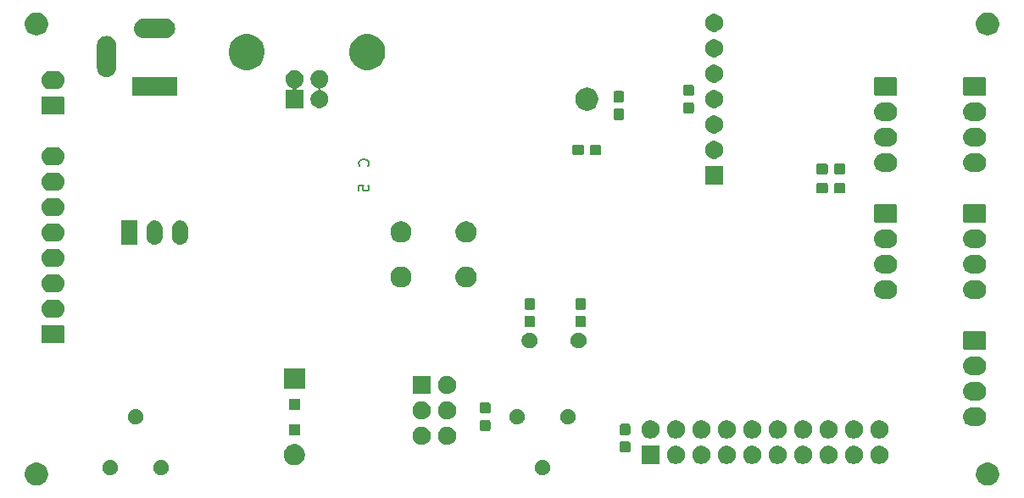
<source format=gbr>
%TF.GenerationSoftware,KiCad,Pcbnew,(5.1.5)-3*%
%TF.CreationDate,2020-02-25T19:35:27+00:00*%
%TF.ProjectId,Feedback-Box,46656564-6261-4636-9b2d-426f782e6b69,8B*%
%TF.SameCoordinates,Original*%
%TF.FileFunction,Soldermask,Bot*%
%TF.FilePolarity,Negative*%
%FSLAX46Y46*%
G04 Gerber Fmt 4.6, Leading zero omitted, Abs format (unit mm)*
G04 Created by KiCad (PCBNEW (5.1.5)-3) date 2020-02-25 19:35:27*
%MOMM*%
%LPD*%
G04 APERTURE LIST*
%ADD10C,0.160000*%
%ADD11C,0.100000*%
G04 APERTURE END LIST*
D10*
X135612142Y-86669523D02*
X135659761Y-86621904D01*
X135707380Y-86479047D01*
X135707380Y-86383809D01*
X135659761Y-86240952D01*
X135564523Y-86145714D01*
X135469285Y-86098095D01*
X135278809Y-86050476D01*
X135135952Y-86050476D01*
X134945476Y-86098095D01*
X134850238Y-86145714D01*
X134755000Y-86240952D01*
X134707380Y-86383809D01*
X134707380Y-86479047D01*
X134755000Y-86621904D01*
X134802619Y-86669523D01*
X134707380Y-89138095D02*
X134707380Y-88661904D01*
X135183571Y-88614285D01*
X135135952Y-88661904D01*
X135088333Y-88757142D01*
X135088333Y-88995238D01*
X135135952Y-89090476D01*
X135183571Y-89138095D01*
X135278809Y-89185714D01*
X135516904Y-89185714D01*
X135612142Y-89138095D01*
X135659761Y-89090476D01*
X135707380Y-88995238D01*
X135707380Y-88757142D01*
X135659761Y-88661904D01*
X135612142Y-88614285D01*
D11*
G36*
X197700664Y-116366365D02*
G01*
X197835734Y-116393232D01*
X198045203Y-116479997D01*
X198233720Y-116605960D01*
X198394040Y-116766280D01*
X198494038Y-116915938D01*
X198520004Y-116954799D01*
X198606768Y-117164267D01*
X198640030Y-117331483D01*
X198651000Y-117386636D01*
X198651000Y-117613364D01*
X198606768Y-117835734D01*
X198520003Y-118045203D01*
X198394040Y-118233720D01*
X198233720Y-118394040D01*
X198045203Y-118520003D01*
X197835734Y-118606768D01*
X197724549Y-118628884D01*
X197613365Y-118651000D01*
X197386635Y-118651000D01*
X197275451Y-118628884D01*
X197164266Y-118606768D01*
X196954797Y-118520003D01*
X196766280Y-118394040D01*
X196605960Y-118233720D01*
X196479997Y-118045203D01*
X196393232Y-117835734D01*
X196349000Y-117613364D01*
X196349000Y-117386636D01*
X196359971Y-117331483D01*
X196393232Y-117164267D01*
X196479996Y-116954799D01*
X196505962Y-116915938D01*
X196605960Y-116766280D01*
X196766280Y-116605960D01*
X196954797Y-116479997D01*
X197164266Y-116393232D01*
X197299336Y-116366365D01*
X197386635Y-116349000D01*
X197613365Y-116349000D01*
X197700664Y-116366365D01*
G37*
G36*
X102700664Y-116366365D02*
G01*
X102835734Y-116393232D01*
X103045203Y-116479997D01*
X103233720Y-116605960D01*
X103394040Y-116766280D01*
X103494038Y-116915938D01*
X103520004Y-116954799D01*
X103606768Y-117164267D01*
X103640030Y-117331483D01*
X103651000Y-117386636D01*
X103651000Y-117613364D01*
X103606768Y-117835734D01*
X103520003Y-118045203D01*
X103394040Y-118233720D01*
X103233720Y-118394040D01*
X103045203Y-118520003D01*
X102835734Y-118606768D01*
X102724549Y-118628884D01*
X102613365Y-118651000D01*
X102386635Y-118651000D01*
X102275451Y-118628884D01*
X102164266Y-118606768D01*
X101954797Y-118520003D01*
X101766280Y-118394040D01*
X101605960Y-118233720D01*
X101479997Y-118045203D01*
X101393232Y-117835734D01*
X101349000Y-117613364D01*
X101349000Y-117386636D01*
X101359971Y-117331483D01*
X101393232Y-117164267D01*
X101479996Y-116954799D01*
X101505962Y-116915938D01*
X101605960Y-116766280D01*
X101766280Y-116605960D01*
X101954797Y-116479997D01*
X102164266Y-116393232D01*
X102299336Y-116366365D01*
X102386635Y-116349000D01*
X102613365Y-116349000D01*
X102700664Y-116366365D01*
G37*
G36*
X115060589Y-116078876D02*
G01*
X115159893Y-116098629D01*
X115300206Y-116156748D01*
X115426484Y-116241125D01*
X115533875Y-116348516D01*
X115618252Y-116474794D01*
X115676371Y-116615107D01*
X115706000Y-116764063D01*
X115706000Y-116915937D01*
X115676371Y-117064893D01*
X115618252Y-117205206D01*
X115533875Y-117331484D01*
X115426484Y-117438875D01*
X115300206Y-117523252D01*
X115159893Y-117581371D01*
X115060589Y-117601124D01*
X115010938Y-117611000D01*
X114859062Y-117611000D01*
X114809411Y-117601124D01*
X114710107Y-117581371D01*
X114569794Y-117523252D01*
X114443516Y-117438875D01*
X114336125Y-117331484D01*
X114251748Y-117205206D01*
X114193629Y-117064893D01*
X114164000Y-116915937D01*
X114164000Y-116764063D01*
X114193629Y-116615107D01*
X114251748Y-116474794D01*
X114336125Y-116348516D01*
X114443516Y-116241125D01*
X114569794Y-116156748D01*
X114710107Y-116098629D01*
X114809411Y-116078876D01*
X114859062Y-116069000D01*
X115010938Y-116069000D01*
X115060589Y-116078876D01*
G37*
G36*
X109980589Y-116078876D02*
G01*
X110079893Y-116098629D01*
X110220206Y-116156748D01*
X110346484Y-116241125D01*
X110453875Y-116348516D01*
X110538252Y-116474794D01*
X110596371Y-116615107D01*
X110626000Y-116764063D01*
X110626000Y-116915937D01*
X110596371Y-117064893D01*
X110538252Y-117205206D01*
X110453875Y-117331484D01*
X110346484Y-117438875D01*
X110220206Y-117523252D01*
X110079893Y-117581371D01*
X109980589Y-117601124D01*
X109930938Y-117611000D01*
X109779062Y-117611000D01*
X109729411Y-117601124D01*
X109630107Y-117581371D01*
X109489794Y-117523252D01*
X109363516Y-117438875D01*
X109256125Y-117331484D01*
X109171748Y-117205206D01*
X109113629Y-117064893D01*
X109084000Y-116915937D01*
X109084000Y-116764063D01*
X109113629Y-116615107D01*
X109171748Y-116474794D01*
X109256125Y-116348516D01*
X109363516Y-116241125D01*
X109489794Y-116156748D01*
X109630107Y-116098629D01*
X109729411Y-116078876D01*
X109779062Y-116069000D01*
X109930938Y-116069000D01*
X109980589Y-116078876D01*
G37*
G36*
X153160589Y-116078876D02*
G01*
X153259893Y-116098629D01*
X153400206Y-116156748D01*
X153526484Y-116241125D01*
X153633875Y-116348516D01*
X153718252Y-116474794D01*
X153776371Y-116615107D01*
X153806000Y-116764063D01*
X153806000Y-116915937D01*
X153776371Y-117064893D01*
X153718252Y-117205206D01*
X153633875Y-117331484D01*
X153526484Y-117438875D01*
X153400206Y-117523252D01*
X153259893Y-117581371D01*
X153160589Y-117601124D01*
X153110938Y-117611000D01*
X152959062Y-117611000D01*
X152909411Y-117601124D01*
X152810107Y-117581371D01*
X152669794Y-117523252D01*
X152543516Y-117438875D01*
X152436125Y-117331484D01*
X152351748Y-117205206D01*
X152293629Y-117064893D01*
X152264000Y-116915937D01*
X152264000Y-116764063D01*
X152293629Y-116615107D01*
X152351748Y-116474794D01*
X152436125Y-116348516D01*
X152543516Y-116241125D01*
X152669794Y-116156748D01*
X152810107Y-116098629D01*
X152909411Y-116078876D01*
X152959062Y-116069000D01*
X153110938Y-116069000D01*
X153160589Y-116078876D01*
G37*
G36*
X128576564Y-114539389D02*
G01*
X128767833Y-114618615D01*
X128767835Y-114618616D01*
X128822886Y-114655400D01*
X128939973Y-114733635D01*
X129086365Y-114880027D01*
X129201385Y-115052167D01*
X129280611Y-115243436D01*
X129321000Y-115446484D01*
X129321000Y-115653516D01*
X129280611Y-115856564D01*
X129219862Y-116003225D01*
X129201384Y-116047835D01*
X129086365Y-116219973D01*
X128939973Y-116366365D01*
X128767835Y-116481384D01*
X128767834Y-116481385D01*
X128767833Y-116481385D01*
X128576564Y-116560611D01*
X128373516Y-116601000D01*
X128166484Y-116601000D01*
X127963436Y-116560611D01*
X127772167Y-116481385D01*
X127772166Y-116481385D01*
X127772165Y-116481384D01*
X127600027Y-116366365D01*
X127453635Y-116219973D01*
X127338616Y-116047835D01*
X127320138Y-116003225D01*
X127259389Y-115856564D01*
X127219000Y-115653516D01*
X127219000Y-115446484D01*
X127259389Y-115243436D01*
X127338615Y-115052167D01*
X127453635Y-114880027D01*
X127600027Y-114733635D01*
X127717114Y-114655400D01*
X127772165Y-114618616D01*
X127772167Y-114618615D01*
X127963436Y-114539389D01*
X128166484Y-114499000D01*
X128373516Y-114499000D01*
X128576564Y-114539389D01*
G37*
G36*
X169176778Y-114690547D02*
G01*
X169343224Y-114759491D01*
X169493022Y-114859583D01*
X169620417Y-114986978D01*
X169720509Y-115136776D01*
X169789453Y-115303222D01*
X169824600Y-115479918D01*
X169824600Y-115660082D01*
X169789453Y-115836778D01*
X169720509Y-116003224D01*
X169620417Y-116153022D01*
X169493022Y-116280417D01*
X169343224Y-116380509D01*
X169176778Y-116449453D01*
X169000082Y-116484600D01*
X168819918Y-116484600D01*
X168643222Y-116449453D01*
X168476776Y-116380509D01*
X168326978Y-116280417D01*
X168199583Y-116153022D01*
X168099491Y-116003224D01*
X168030547Y-115836778D01*
X167995400Y-115660082D01*
X167995400Y-115479918D01*
X168030547Y-115303222D01*
X168099491Y-115136776D01*
X168199583Y-114986978D01*
X168326978Y-114859583D01*
X168476776Y-114759491D01*
X168643222Y-114690547D01*
X168819918Y-114655400D01*
X169000082Y-114655400D01*
X169176778Y-114690547D01*
G37*
G36*
X164744600Y-116484600D02*
G01*
X162915400Y-116484600D01*
X162915400Y-114655400D01*
X164744600Y-114655400D01*
X164744600Y-116484600D01*
G37*
G36*
X171716778Y-114690547D02*
G01*
X171883224Y-114759491D01*
X172033022Y-114859583D01*
X172160417Y-114986978D01*
X172260509Y-115136776D01*
X172329453Y-115303222D01*
X172364600Y-115479918D01*
X172364600Y-115660082D01*
X172329453Y-115836778D01*
X172260509Y-116003224D01*
X172160417Y-116153022D01*
X172033022Y-116280417D01*
X171883224Y-116380509D01*
X171716778Y-116449453D01*
X171540082Y-116484600D01*
X171359918Y-116484600D01*
X171183222Y-116449453D01*
X171016776Y-116380509D01*
X170866978Y-116280417D01*
X170739583Y-116153022D01*
X170639491Y-116003224D01*
X170570547Y-115836778D01*
X170535400Y-115660082D01*
X170535400Y-115479918D01*
X170570547Y-115303222D01*
X170639491Y-115136776D01*
X170739583Y-114986978D01*
X170866978Y-114859583D01*
X171016776Y-114759491D01*
X171183222Y-114690547D01*
X171359918Y-114655400D01*
X171540082Y-114655400D01*
X171716778Y-114690547D01*
G37*
G36*
X174256778Y-114690547D02*
G01*
X174423224Y-114759491D01*
X174573022Y-114859583D01*
X174700417Y-114986978D01*
X174800509Y-115136776D01*
X174869453Y-115303222D01*
X174904600Y-115479918D01*
X174904600Y-115660082D01*
X174869453Y-115836778D01*
X174800509Y-116003224D01*
X174700417Y-116153022D01*
X174573022Y-116280417D01*
X174423224Y-116380509D01*
X174256778Y-116449453D01*
X174080082Y-116484600D01*
X173899918Y-116484600D01*
X173723222Y-116449453D01*
X173556776Y-116380509D01*
X173406978Y-116280417D01*
X173279583Y-116153022D01*
X173179491Y-116003224D01*
X173110547Y-115836778D01*
X173075400Y-115660082D01*
X173075400Y-115479918D01*
X173110547Y-115303222D01*
X173179491Y-115136776D01*
X173279583Y-114986978D01*
X173406978Y-114859583D01*
X173556776Y-114759491D01*
X173723222Y-114690547D01*
X173899918Y-114655400D01*
X174080082Y-114655400D01*
X174256778Y-114690547D01*
G37*
G36*
X176796778Y-114690547D02*
G01*
X176963224Y-114759491D01*
X177113022Y-114859583D01*
X177240417Y-114986978D01*
X177340509Y-115136776D01*
X177409453Y-115303222D01*
X177444600Y-115479918D01*
X177444600Y-115660082D01*
X177409453Y-115836778D01*
X177340509Y-116003224D01*
X177240417Y-116153022D01*
X177113022Y-116280417D01*
X176963224Y-116380509D01*
X176796778Y-116449453D01*
X176620082Y-116484600D01*
X176439918Y-116484600D01*
X176263222Y-116449453D01*
X176096776Y-116380509D01*
X175946978Y-116280417D01*
X175819583Y-116153022D01*
X175719491Y-116003224D01*
X175650547Y-115836778D01*
X175615400Y-115660082D01*
X175615400Y-115479918D01*
X175650547Y-115303222D01*
X175719491Y-115136776D01*
X175819583Y-114986978D01*
X175946978Y-114859583D01*
X176096776Y-114759491D01*
X176263222Y-114690547D01*
X176439918Y-114655400D01*
X176620082Y-114655400D01*
X176796778Y-114690547D01*
G37*
G36*
X179336778Y-114690547D02*
G01*
X179503224Y-114759491D01*
X179653022Y-114859583D01*
X179780417Y-114986978D01*
X179880509Y-115136776D01*
X179949453Y-115303222D01*
X179984600Y-115479918D01*
X179984600Y-115660082D01*
X179949453Y-115836778D01*
X179880509Y-116003224D01*
X179780417Y-116153022D01*
X179653022Y-116280417D01*
X179503224Y-116380509D01*
X179336778Y-116449453D01*
X179160082Y-116484600D01*
X178979918Y-116484600D01*
X178803222Y-116449453D01*
X178636776Y-116380509D01*
X178486978Y-116280417D01*
X178359583Y-116153022D01*
X178259491Y-116003224D01*
X178190547Y-115836778D01*
X178155400Y-115660082D01*
X178155400Y-115479918D01*
X178190547Y-115303222D01*
X178259491Y-115136776D01*
X178359583Y-114986978D01*
X178486978Y-114859583D01*
X178636776Y-114759491D01*
X178803222Y-114690547D01*
X178979918Y-114655400D01*
X179160082Y-114655400D01*
X179336778Y-114690547D01*
G37*
G36*
X181876778Y-114690547D02*
G01*
X182043224Y-114759491D01*
X182193022Y-114859583D01*
X182320417Y-114986978D01*
X182420509Y-115136776D01*
X182489453Y-115303222D01*
X182524600Y-115479918D01*
X182524600Y-115660082D01*
X182489453Y-115836778D01*
X182420509Y-116003224D01*
X182320417Y-116153022D01*
X182193022Y-116280417D01*
X182043224Y-116380509D01*
X181876778Y-116449453D01*
X181700082Y-116484600D01*
X181519918Y-116484600D01*
X181343222Y-116449453D01*
X181176776Y-116380509D01*
X181026978Y-116280417D01*
X180899583Y-116153022D01*
X180799491Y-116003224D01*
X180730547Y-115836778D01*
X180695400Y-115660082D01*
X180695400Y-115479918D01*
X180730547Y-115303222D01*
X180799491Y-115136776D01*
X180899583Y-114986978D01*
X181026978Y-114859583D01*
X181176776Y-114759491D01*
X181343222Y-114690547D01*
X181519918Y-114655400D01*
X181700082Y-114655400D01*
X181876778Y-114690547D01*
G37*
G36*
X184416778Y-114690547D02*
G01*
X184583224Y-114759491D01*
X184733022Y-114859583D01*
X184860417Y-114986978D01*
X184960509Y-115136776D01*
X185029453Y-115303222D01*
X185064600Y-115479918D01*
X185064600Y-115660082D01*
X185029453Y-115836778D01*
X184960509Y-116003224D01*
X184860417Y-116153022D01*
X184733022Y-116280417D01*
X184583224Y-116380509D01*
X184416778Y-116449453D01*
X184240082Y-116484600D01*
X184059918Y-116484600D01*
X183883222Y-116449453D01*
X183716776Y-116380509D01*
X183566978Y-116280417D01*
X183439583Y-116153022D01*
X183339491Y-116003224D01*
X183270547Y-115836778D01*
X183235400Y-115660082D01*
X183235400Y-115479918D01*
X183270547Y-115303222D01*
X183339491Y-115136776D01*
X183439583Y-114986978D01*
X183566978Y-114859583D01*
X183716776Y-114759491D01*
X183883222Y-114690547D01*
X184059918Y-114655400D01*
X184240082Y-114655400D01*
X184416778Y-114690547D01*
G37*
G36*
X186956778Y-114690547D02*
G01*
X187123224Y-114759491D01*
X187273022Y-114859583D01*
X187400417Y-114986978D01*
X187500509Y-115136776D01*
X187569453Y-115303222D01*
X187604600Y-115479918D01*
X187604600Y-115660082D01*
X187569453Y-115836778D01*
X187500509Y-116003224D01*
X187400417Y-116153022D01*
X187273022Y-116280417D01*
X187123224Y-116380509D01*
X186956778Y-116449453D01*
X186780082Y-116484600D01*
X186599918Y-116484600D01*
X186423222Y-116449453D01*
X186256776Y-116380509D01*
X186106978Y-116280417D01*
X185979583Y-116153022D01*
X185879491Y-116003224D01*
X185810547Y-115836778D01*
X185775400Y-115660082D01*
X185775400Y-115479918D01*
X185810547Y-115303222D01*
X185879491Y-115136776D01*
X185979583Y-114986978D01*
X186106978Y-114859583D01*
X186256776Y-114759491D01*
X186423222Y-114690547D01*
X186599918Y-114655400D01*
X186780082Y-114655400D01*
X186956778Y-114690547D01*
G37*
G36*
X166636778Y-114690547D02*
G01*
X166803224Y-114759491D01*
X166953022Y-114859583D01*
X167080417Y-114986978D01*
X167180509Y-115136776D01*
X167249453Y-115303222D01*
X167284600Y-115479918D01*
X167284600Y-115660082D01*
X167249453Y-115836778D01*
X167180509Y-116003224D01*
X167080417Y-116153022D01*
X166953022Y-116280417D01*
X166803224Y-116380509D01*
X166636778Y-116449453D01*
X166460082Y-116484600D01*
X166279918Y-116484600D01*
X166103222Y-116449453D01*
X165936776Y-116380509D01*
X165786978Y-116280417D01*
X165659583Y-116153022D01*
X165559491Y-116003224D01*
X165490547Y-115836778D01*
X165455400Y-115660082D01*
X165455400Y-115479918D01*
X165490547Y-115303222D01*
X165559491Y-115136776D01*
X165659583Y-114986978D01*
X165786978Y-114859583D01*
X165936776Y-114759491D01*
X166103222Y-114690547D01*
X166279918Y-114655400D01*
X166460082Y-114655400D01*
X166636778Y-114690547D01*
G37*
G36*
X161654499Y-114208445D02*
G01*
X161691995Y-114219820D01*
X161726554Y-114238292D01*
X161756847Y-114263153D01*
X161781708Y-114293446D01*
X161800180Y-114328005D01*
X161811555Y-114365501D01*
X161816000Y-114410638D01*
X161816000Y-115149362D01*
X161811555Y-115194499D01*
X161800180Y-115231995D01*
X161781708Y-115266554D01*
X161756847Y-115296847D01*
X161726554Y-115321708D01*
X161691995Y-115340180D01*
X161654499Y-115351555D01*
X161609362Y-115356000D01*
X160970638Y-115356000D01*
X160925501Y-115351555D01*
X160888005Y-115340180D01*
X160853446Y-115321708D01*
X160823153Y-115296847D01*
X160798292Y-115266554D01*
X160779820Y-115231995D01*
X160768445Y-115194499D01*
X160764000Y-115149362D01*
X160764000Y-114410638D01*
X160768445Y-114365501D01*
X160779820Y-114328005D01*
X160798292Y-114293446D01*
X160823153Y-114263153D01*
X160853446Y-114238292D01*
X160888005Y-114219820D01*
X160925501Y-114208445D01*
X160970638Y-114204000D01*
X161609362Y-114204000D01*
X161654499Y-114208445D01*
G37*
G36*
X143776778Y-112785547D02*
G01*
X143943224Y-112854491D01*
X144093022Y-112954583D01*
X144220417Y-113081978D01*
X144320509Y-113231776D01*
X144389453Y-113398222D01*
X144424600Y-113574918D01*
X144424600Y-113755082D01*
X144389453Y-113931778D01*
X144320509Y-114098224D01*
X144220417Y-114248022D01*
X144093022Y-114375417D01*
X143943224Y-114475509D01*
X143776778Y-114544453D01*
X143600082Y-114579600D01*
X143419918Y-114579600D01*
X143243222Y-114544453D01*
X143076776Y-114475509D01*
X142926978Y-114375417D01*
X142799583Y-114248022D01*
X142699491Y-114098224D01*
X142630547Y-113931778D01*
X142595400Y-113755082D01*
X142595400Y-113574918D01*
X142630547Y-113398222D01*
X142699491Y-113231776D01*
X142799583Y-113081978D01*
X142926978Y-112954583D01*
X143076776Y-112854491D01*
X143243222Y-112785547D01*
X143419918Y-112750400D01*
X143600082Y-112750400D01*
X143776778Y-112785547D01*
G37*
G36*
X141236778Y-112785547D02*
G01*
X141403224Y-112854491D01*
X141553022Y-112954583D01*
X141680417Y-113081978D01*
X141780509Y-113231776D01*
X141849453Y-113398222D01*
X141884600Y-113574918D01*
X141884600Y-113755082D01*
X141849453Y-113931778D01*
X141780509Y-114098224D01*
X141680417Y-114248022D01*
X141553022Y-114375417D01*
X141403224Y-114475509D01*
X141236778Y-114544453D01*
X141060082Y-114579600D01*
X140879918Y-114579600D01*
X140703222Y-114544453D01*
X140536776Y-114475509D01*
X140386978Y-114375417D01*
X140259583Y-114248022D01*
X140159491Y-114098224D01*
X140090547Y-113931778D01*
X140055400Y-113755082D01*
X140055400Y-113574918D01*
X140090547Y-113398222D01*
X140159491Y-113231776D01*
X140259583Y-113081978D01*
X140386978Y-112954583D01*
X140536776Y-112854491D01*
X140703222Y-112785547D01*
X140879918Y-112750400D01*
X141060082Y-112750400D01*
X141236778Y-112785547D01*
G37*
G36*
X174256778Y-112150547D02*
G01*
X174423224Y-112219491D01*
X174573022Y-112319583D01*
X174700417Y-112446978D01*
X174800509Y-112596776D01*
X174869453Y-112763222D01*
X174904600Y-112939918D01*
X174904600Y-113120082D01*
X174869453Y-113296778D01*
X174800509Y-113463224D01*
X174700417Y-113613022D01*
X174573022Y-113740417D01*
X174423224Y-113840509D01*
X174256778Y-113909453D01*
X174080082Y-113944600D01*
X173899918Y-113944600D01*
X173723222Y-113909453D01*
X173556776Y-113840509D01*
X173406978Y-113740417D01*
X173279583Y-113613022D01*
X173179491Y-113463224D01*
X173110547Y-113296778D01*
X173075400Y-113120082D01*
X173075400Y-112939918D01*
X173110547Y-112763222D01*
X173179491Y-112596776D01*
X173279583Y-112446978D01*
X173406978Y-112319583D01*
X173556776Y-112219491D01*
X173723222Y-112150547D01*
X173899918Y-112115400D01*
X174080082Y-112115400D01*
X174256778Y-112150547D01*
G37*
G36*
X186956778Y-112150547D02*
G01*
X187123224Y-112219491D01*
X187273022Y-112319583D01*
X187400417Y-112446978D01*
X187500509Y-112596776D01*
X187569453Y-112763222D01*
X187604600Y-112939918D01*
X187604600Y-113120082D01*
X187569453Y-113296778D01*
X187500509Y-113463224D01*
X187400417Y-113613022D01*
X187273022Y-113740417D01*
X187123224Y-113840509D01*
X186956778Y-113909453D01*
X186780082Y-113944600D01*
X186599918Y-113944600D01*
X186423222Y-113909453D01*
X186256776Y-113840509D01*
X186106978Y-113740417D01*
X185979583Y-113613022D01*
X185879491Y-113463224D01*
X185810547Y-113296778D01*
X185775400Y-113120082D01*
X185775400Y-112939918D01*
X185810547Y-112763222D01*
X185879491Y-112596776D01*
X185979583Y-112446978D01*
X186106978Y-112319583D01*
X186256776Y-112219491D01*
X186423222Y-112150547D01*
X186599918Y-112115400D01*
X186780082Y-112115400D01*
X186956778Y-112150547D01*
G37*
G36*
X164096778Y-112150547D02*
G01*
X164263224Y-112219491D01*
X164413022Y-112319583D01*
X164540417Y-112446978D01*
X164640509Y-112596776D01*
X164709453Y-112763222D01*
X164744600Y-112939918D01*
X164744600Y-113120082D01*
X164709453Y-113296778D01*
X164640509Y-113463224D01*
X164540417Y-113613022D01*
X164413022Y-113740417D01*
X164263224Y-113840509D01*
X164096778Y-113909453D01*
X163920082Y-113944600D01*
X163739918Y-113944600D01*
X163563222Y-113909453D01*
X163396776Y-113840509D01*
X163246978Y-113740417D01*
X163119583Y-113613022D01*
X163019491Y-113463224D01*
X162950547Y-113296778D01*
X162915400Y-113120082D01*
X162915400Y-112939918D01*
X162950547Y-112763222D01*
X163019491Y-112596776D01*
X163119583Y-112446978D01*
X163246978Y-112319583D01*
X163396776Y-112219491D01*
X163563222Y-112150547D01*
X163739918Y-112115400D01*
X163920082Y-112115400D01*
X164096778Y-112150547D01*
G37*
G36*
X184416778Y-112150547D02*
G01*
X184583224Y-112219491D01*
X184733022Y-112319583D01*
X184860417Y-112446978D01*
X184960509Y-112596776D01*
X185029453Y-112763222D01*
X185064600Y-112939918D01*
X185064600Y-113120082D01*
X185029453Y-113296778D01*
X184960509Y-113463224D01*
X184860417Y-113613022D01*
X184733022Y-113740417D01*
X184583224Y-113840509D01*
X184416778Y-113909453D01*
X184240082Y-113944600D01*
X184059918Y-113944600D01*
X183883222Y-113909453D01*
X183716776Y-113840509D01*
X183566978Y-113740417D01*
X183439583Y-113613022D01*
X183339491Y-113463224D01*
X183270547Y-113296778D01*
X183235400Y-113120082D01*
X183235400Y-112939918D01*
X183270547Y-112763222D01*
X183339491Y-112596776D01*
X183439583Y-112446978D01*
X183566978Y-112319583D01*
X183716776Y-112219491D01*
X183883222Y-112150547D01*
X184059918Y-112115400D01*
X184240082Y-112115400D01*
X184416778Y-112150547D01*
G37*
G36*
X166636778Y-112150547D02*
G01*
X166803224Y-112219491D01*
X166953022Y-112319583D01*
X167080417Y-112446978D01*
X167180509Y-112596776D01*
X167249453Y-112763222D01*
X167284600Y-112939918D01*
X167284600Y-113120082D01*
X167249453Y-113296778D01*
X167180509Y-113463224D01*
X167080417Y-113613022D01*
X166953022Y-113740417D01*
X166803224Y-113840509D01*
X166636778Y-113909453D01*
X166460082Y-113944600D01*
X166279918Y-113944600D01*
X166103222Y-113909453D01*
X165936776Y-113840509D01*
X165786978Y-113740417D01*
X165659583Y-113613022D01*
X165559491Y-113463224D01*
X165490547Y-113296778D01*
X165455400Y-113120082D01*
X165455400Y-112939918D01*
X165490547Y-112763222D01*
X165559491Y-112596776D01*
X165659583Y-112446978D01*
X165786978Y-112319583D01*
X165936776Y-112219491D01*
X166103222Y-112150547D01*
X166279918Y-112115400D01*
X166460082Y-112115400D01*
X166636778Y-112150547D01*
G37*
G36*
X181876778Y-112150547D02*
G01*
X182043224Y-112219491D01*
X182193022Y-112319583D01*
X182320417Y-112446978D01*
X182420509Y-112596776D01*
X182489453Y-112763222D01*
X182524600Y-112939918D01*
X182524600Y-113120082D01*
X182489453Y-113296778D01*
X182420509Y-113463224D01*
X182320417Y-113613022D01*
X182193022Y-113740417D01*
X182043224Y-113840509D01*
X181876778Y-113909453D01*
X181700082Y-113944600D01*
X181519918Y-113944600D01*
X181343222Y-113909453D01*
X181176776Y-113840509D01*
X181026978Y-113740417D01*
X180899583Y-113613022D01*
X180799491Y-113463224D01*
X180730547Y-113296778D01*
X180695400Y-113120082D01*
X180695400Y-112939918D01*
X180730547Y-112763222D01*
X180799491Y-112596776D01*
X180899583Y-112446978D01*
X181026978Y-112319583D01*
X181176776Y-112219491D01*
X181343222Y-112150547D01*
X181519918Y-112115400D01*
X181700082Y-112115400D01*
X181876778Y-112150547D01*
G37*
G36*
X169176778Y-112150547D02*
G01*
X169343224Y-112219491D01*
X169493022Y-112319583D01*
X169620417Y-112446978D01*
X169720509Y-112596776D01*
X169789453Y-112763222D01*
X169824600Y-112939918D01*
X169824600Y-113120082D01*
X169789453Y-113296778D01*
X169720509Y-113463224D01*
X169620417Y-113613022D01*
X169493022Y-113740417D01*
X169343224Y-113840509D01*
X169176778Y-113909453D01*
X169000082Y-113944600D01*
X168819918Y-113944600D01*
X168643222Y-113909453D01*
X168476776Y-113840509D01*
X168326978Y-113740417D01*
X168199583Y-113613022D01*
X168099491Y-113463224D01*
X168030547Y-113296778D01*
X167995400Y-113120082D01*
X167995400Y-112939918D01*
X168030547Y-112763222D01*
X168099491Y-112596776D01*
X168199583Y-112446978D01*
X168326978Y-112319583D01*
X168476776Y-112219491D01*
X168643222Y-112150547D01*
X168819918Y-112115400D01*
X169000082Y-112115400D01*
X169176778Y-112150547D01*
G37*
G36*
X179336778Y-112150547D02*
G01*
X179503224Y-112219491D01*
X179653022Y-112319583D01*
X179780417Y-112446978D01*
X179880509Y-112596776D01*
X179949453Y-112763222D01*
X179984600Y-112939918D01*
X179984600Y-113120082D01*
X179949453Y-113296778D01*
X179880509Y-113463224D01*
X179780417Y-113613022D01*
X179653022Y-113740417D01*
X179503224Y-113840509D01*
X179336778Y-113909453D01*
X179160082Y-113944600D01*
X178979918Y-113944600D01*
X178803222Y-113909453D01*
X178636776Y-113840509D01*
X178486978Y-113740417D01*
X178359583Y-113613022D01*
X178259491Y-113463224D01*
X178190547Y-113296778D01*
X178155400Y-113120082D01*
X178155400Y-112939918D01*
X178190547Y-112763222D01*
X178259491Y-112596776D01*
X178359583Y-112446978D01*
X178486978Y-112319583D01*
X178636776Y-112219491D01*
X178803222Y-112150547D01*
X178979918Y-112115400D01*
X179160082Y-112115400D01*
X179336778Y-112150547D01*
G37*
G36*
X171716778Y-112150547D02*
G01*
X171883224Y-112219491D01*
X172033022Y-112319583D01*
X172160417Y-112446978D01*
X172260509Y-112596776D01*
X172329453Y-112763222D01*
X172364600Y-112939918D01*
X172364600Y-113120082D01*
X172329453Y-113296778D01*
X172260509Y-113463224D01*
X172160417Y-113613022D01*
X172033022Y-113740417D01*
X171883224Y-113840509D01*
X171716778Y-113909453D01*
X171540082Y-113944600D01*
X171359918Y-113944600D01*
X171183222Y-113909453D01*
X171016776Y-113840509D01*
X170866978Y-113740417D01*
X170739583Y-113613022D01*
X170639491Y-113463224D01*
X170570547Y-113296778D01*
X170535400Y-113120082D01*
X170535400Y-112939918D01*
X170570547Y-112763222D01*
X170639491Y-112596776D01*
X170739583Y-112446978D01*
X170866978Y-112319583D01*
X171016776Y-112219491D01*
X171183222Y-112150547D01*
X171359918Y-112115400D01*
X171540082Y-112115400D01*
X171716778Y-112150547D01*
G37*
G36*
X176796778Y-112150547D02*
G01*
X176963224Y-112219491D01*
X177113022Y-112319583D01*
X177240417Y-112446978D01*
X177340509Y-112596776D01*
X177409453Y-112763222D01*
X177444600Y-112939918D01*
X177444600Y-113120082D01*
X177409453Y-113296778D01*
X177340509Y-113463224D01*
X177240417Y-113613022D01*
X177113022Y-113740417D01*
X176963224Y-113840509D01*
X176796778Y-113909453D01*
X176620082Y-113944600D01*
X176439918Y-113944600D01*
X176263222Y-113909453D01*
X176096776Y-113840509D01*
X175946978Y-113740417D01*
X175819583Y-113613022D01*
X175719491Y-113463224D01*
X175650547Y-113296778D01*
X175615400Y-113120082D01*
X175615400Y-112939918D01*
X175650547Y-112763222D01*
X175719491Y-112596776D01*
X175819583Y-112446978D01*
X175946978Y-112319583D01*
X176096776Y-112219491D01*
X176263222Y-112150547D01*
X176439918Y-112115400D01*
X176620082Y-112115400D01*
X176796778Y-112150547D01*
G37*
G36*
X161654499Y-112458445D02*
G01*
X161691995Y-112469820D01*
X161726554Y-112488292D01*
X161756847Y-112513153D01*
X161781708Y-112543446D01*
X161800180Y-112578005D01*
X161811555Y-112615501D01*
X161816000Y-112660638D01*
X161816000Y-113399362D01*
X161811555Y-113444499D01*
X161800180Y-113481995D01*
X161781708Y-113516554D01*
X161756847Y-113546847D01*
X161726554Y-113571708D01*
X161691995Y-113590180D01*
X161654499Y-113601555D01*
X161609362Y-113606000D01*
X160970638Y-113606000D01*
X160925501Y-113601555D01*
X160888005Y-113590180D01*
X160853446Y-113571708D01*
X160823153Y-113546847D01*
X160798292Y-113516554D01*
X160779820Y-113481995D01*
X160768445Y-113444499D01*
X160764000Y-113399362D01*
X160764000Y-112660638D01*
X160768445Y-112615501D01*
X160779820Y-112578005D01*
X160798292Y-112543446D01*
X160823153Y-112513153D01*
X160853446Y-112488292D01*
X160888005Y-112469820D01*
X160925501Y-112458445D01*
X160970638Y-112454000D01*
X161609362Y-112454000D01*
X161654499Y-112458445D01*
G37*
G36*
X128821000Y-113581000D02*
G01*
X127719000Y-113581000D01*
X127719000Y-112479000D01*
X128821000Y-112479000D01*
X128821000Y-113581000D01*
G37*
G36*
X147684499Y-112063445D02*
G01*
X147721995Y-112074820D01*
X147756554Y-112093292D01*
X147786847Y-112118153D01*
X147811708Y-112148446D01*
X147830180Y-112183005D01*
X147841555Y-112220501D01*
X147846000Y-112265638D01*
X147846000Y-113004362D01*
X147841555Y-113049499D01*
X147830180Y-113086995D01*
X147811708Y-113121554D01*
X147786847Y-113151847D01*
X147756554Y-113176708D01*
X147721995Y-113195180D01*
X147684499Y-113206555D01*
X147639362Y-113211000D01*
X147000638Y-113211000D01*
X146955501Y-113206555D01*
X146918005Y-113195180D01*
X146883446Y-113176708D01*
X146853153Y-113151847D01*
X146828292Y-113121554D01*
X146809820Y-113086995D01*
X146798445Y-113049499D01*
X146794000Y-113004362D01*
X146794000Y-112265638D01*
X146798445Y-112220501D01*
X146809820Y-112183005D01*
X146828292Y-112148446D01*
X146853153Y-112118153D01*
X146883446Y-112093292D01*
X146918005Y-112074820D01*
X146955501Y-112063445D01*
X147000638Y-112059000D01*
X147639362Y-112059000D01*
X147684499Y-112063445D01*
G37*
G36*
X196535345Y-110843442D02*
G01*
X196625548Y-110852326D01*
X196799157Y-110904990D01*
X196959156Y-110990511D01*
X197002729Y-111026271D01*
X197099397Y-111105603D01*
X197175224Y-111198000D01*
X197214489Y-111245844D01*
X197300010Y-111405843D01*
X197352674Y-111579452D01*
X197370456Y-111760000D01*
X197352674Y-111940548D01*
X197300010Y-112114157D01*
X197214489Y-112274156D01*
X197178729Y-112317729D01*
X197099397Y-112414397D01*
X197009354Y-112488292D01*
X196959156Y-112529489D01*
X196799157Y-112615010D01*
X196625548Y-112667674D01*
X196535345Y-112676558D01*
X196490245Y-112681000D01*
X195939755Y-112681000D01*
X195894655Y-112676558D01*
X195804452Y-112667674D01*
X195630843Y-112615010D01*
X195470844Y-112529489D01*
X195420646Y-112488292D01*
X195330603Y-112414397D01*
X195251271Y-112317729D01*
X195215511Y-112274156D01*
X195129990Y-112114157D01*
X195077326Y-111940548D01*
X195059544Y-111760000D01*
X195077326Y-111579452D01*
X195129990Y-111405843D01*
X195215511Y-111245844D01*
X195254776Y-111198000D01*
X195330603Y-111105603D01*
X195427271Y-111026271D01*
X195470844Y-110990511D01*
X195630843Y-110904990D01*
X195804452Y-110852326D01*
X195894655Y-110843442D01*
X195939755Y-110839000D01*
X196490245Y-110839000D01*
X196535345Y-110843442D01*
G37*
G36*
X150620589Y-110998876D02*
G01*
X150719893Y-111018629D01*
X150860206Y-111076748D01*
X150986484Y-111161125D01*
X151093875Y-111268516D01*
X151178252Y-111394794D01*
X151236371Y-111535107D01*
X151266000Y-111684063D01*
X151266000Y-111835937D01*
X151236371Y-111984893D01*
X151178252Y-112125206D01*
X151093875Y-112251484D01*
X150986484Y-112358875D01*
X150860206Y-112443252D01*
X150719893Y-112501371D01*
X150620589Y-112521124D01*
X150570938Y-112531000D01*
X150419062Y-112531000D01*
X150369411Y-112521124D01*
X150270107Y-112501371D01*
X150129794Y-112443252D01*
X150003516Y-112358875D01*
X149896125Y-112251484D01*
X149811748Y-112125206D01*
X149753629Y-111984893D01*
X149724000Y-111835937D01*
X149724000Y-111684063D01*
X149753629Y-111535107D01*
X149811748Y-111394794D01*
X149896125Y-111268516D01*
X150003516Y-111161125D01*
X150129794Y-111076748D01*
X150270107Y-111018629D01*
X150369411Y-110998876D01*
X150419062Y-110989000D01*
X150570938Y-110989000D01*
X150620589Y-110998876D01*
G37*
G36*
X112520589Y-110998876D02*
G01*
X112619893Y-111018629D01*
X112760206Y-111076748D01*
X112886484Y-111161125D01*
X112993875Y-111268516D01*
X113078252Y-111394794D01*
X113136371Y-111535107D01*
X113166000Y-111684063D01*
X113166000Y-111835937D01*
X113136371Y-111984893D01*
X113078252Y-112125206D01*
X112993875Y-112251484D01*
X112886484Y-112358875D01*
X112760206Y-112443252D01*
X112619893Y-112501371D01*
X112520589Y-112521124D01*
X112470938Y-112531000D01*
X112319062Y-112531000D01*
X112269411Y-112521124D01*
X112170107Y-112501371D01*
X112029794Y-112443252D01*
X111903516Y-112358875D01*
X111796125Y-112251484D01*
X111711748Y-112125206D01*
X111653629Y-111984893D01*
X111624000Y-111835937D01*
X111624000Y-111684063D01*
X111653629Y-111535107D01*
X111711748Y-111394794D01*
X111796125Y-111268516D01*
X111903516Y-111161125D01*
X112029794Y-111076748D01*
X112170107Y-111018629D01*
X112269411Y-110998876D01*
X112319062Y-110989000D01*
X112470938Y-110989000D01*
X112520589Y-110998876D01*
G37*
G36*
X155700589Y-110998876D02*
G01*
X155799893Y-111018629D01*
X155940206Y-111076748D01*
X156066484Y-111161125D01*
X156173875Y-111268516D01*
X156258252Y-111394794D01*
X156316371Y-111535107D01*
X156346000Y-111684063D01*
X156346000Y-111835937D01*
X156316371Y-111984893D01*
X156258252Y-112125206D01*
X156173875Y-112251484D01*
X156066484Y-112358875D01*
X155940206Y-112443252D01*
X155799893Y-112501371D01*
X155700589Y-112521124D01*
X155650938Y-112531000D01*
X155499062Y-112531000D01*
X155449411Y-112521124D01*
X155350107Y-112501371D01*
X155209794Y-112443252D01*
X155083516Y-112358875D01*
X154976125Y-112251484D01*
X154891748Y-112125206D01*
X154833629Y-111984893D01*
X154804000Y-111835937D01*
X154804000Y-111684063D01*
X154833629Y-111535107D01*
X154891748Y-111394794D01*
X154976125Y-111268516D01*
X155083516Y-111161125D01*
X155209794Y-111076748D01*
X155350107Y-111018629D01*
X155449411Y-110998876D01*
X155499062Y-110989000D01*
X155650938Y-110989000D01*
X155700589Y-110998876D01*
G37*
G36*
X143776778Y-110245547D02*
G01*
X143943224Y-110314491D01*
X144093022Y-110414583D01*
X144220417Y-110541978D01*
X144320509Y-110691776D01*
X144389453Y-110858222D01*
X144424600Y-111034918D01*
X144424600Y-111215082D01*
X144389453Y-111391778D01*
X144320509Y-111558224D01*
X144220417Y-111708022D01*
X144093022Y-111835417D01*
X143943224Y-111935509D01*
X143776778Y-112004453D01*
X143600082Y-112039600D01*
X143419918Y-112039600D01*
X143243222Y-112004453D01*
X143076776Y-111935509D01*
X142926978Y-111835417D01*
X142799583Y-111708022D01*
X142699491Y-111558224D01*
X142630547Y-111391778D01*
X142595400Y-111215082D01*
X142595400Y-111034918D01*
X142630547Y-110858222D01*
X142699491Y-110691776D01*
X142799583Y-110541978D01*
X142926978Y-110414583D01*
X143076776Y-110314491D01*
X143243222Y-110245547D01*
X143419918Y-110210400D01*
X143600082Y-110210400D01*
X143776778Y-110245547D01*
G37*
G36*
X141236778Y-110245547D02*
G01*
X141403224Y-110314491D01*
X141553022Y-110414583D01*
X141680417Y-110541978D01*
X141780509Y-110691776D01*
X141849453Y-110858222D01*
X141884600Y-111034918D01*
X141884600Y-111215082D01*
X141849453Y-111391778D01*
X141780509Y-111558224D01*
X141680417Y-111708022D01*
X141553022Y-111835417D01*
X141403224Y-111935509D01*
X141236778Y-112004453D01*
X141060082Y-112039600D01*
X140879918Y-112039600D01*
X140703222Y-112004453D01*
X140536776Y-111935509D01*
X140386978Y-111835417D01*
X140259583Y-111708022D01*
X140159491Y-111558224D01*
X140090547Y-111391778D01*
X140055400Y-111215082D01*
X140055400Y-111034918D01*
X140090547Y-110858222D01*
X140159491Y-110691776D01*
X140259583Y-110541978D01*
X140386978Y-110414583D01*
X140536776Y-110314491D01*
X140703222Y-110245547D01*
X140879918Y-110210400D01*
X141060082Y-110210400D01*
X141236778Y-110245547D01*
G37*
G36*
X147684499Y-110313445D02*
G01*
X147721995Y-110324820D01*
X147756554Y-110343292D01*
X147786847Y-110368153D01*
X147811708Y-110398446D01*
X147830180Y-110433005D01*
X147841555Y-110470501D01*
X147846000Y-110515638D01*
X147846000Y-111254362D01*
X147841555Y-111299499D01*
X147830180Y-111336995D01*
X147811708Y-111371554D01*
X147786847Y-111401847D01*
X147756554Y-111426708D01*
X147721995Y-111445180D01*
X147684499Y-111456555D01*
X147639362Y-111461000D01*
X147000638Y-111461000D01*
X146955501Y-111456555D01*
X146918005Y-111445180D01*
X146883446Y-111426708D01*
X146853153Y-111401847D01*
X146828292Y-111371554D01*
X146809820Y-111336995D01*
X146798445Y-111299499D01*
X146794000Y-111254362D01*
X146794000Y-110515638D01*
X146798445Y-110470501D01*
X146809820Y-110433005D01*
X146828292Y-110398446D01*
X146853153Y-110368153D01*
X146883446Y-110343292D01*
X146918005Y-110324820D01*
X146955501Y-110313445D01*
X147000638Y-110309000D01*
X147639362Y-110309000D01*
X147684499Y-110313445D01*
G37*
G36*
X128821000Y-111081000D02*
G01*
X127719000Y-111081000D01*
X127719000Y-109979000D01*
X128821000Y-109979000D01*
X128821000Y-111081000D01*
G37*
G36*
X196535345Y-108303442D02*
G01*
X196625548Y-108312326D01*
X196799157Y-108364990D01*
X196959156Y-108450511D01*
X197002729Y-108486271D01*
X197099397Y-108565603D01*
X197178729Y-108662271D01*
X197214489Y-108705844D01*
X197300010Y-108865843D01*
X197352674Y-109039452D01*
X197370456Y-109220000D01*
X197352674Y-109400548D01*
X197300010Y-109574157D01*
X197214489Y-109734156D01*
X197178729Y-109777729D01*
X197099397Y-109874397D01*
X197002729Y-109953729D01*
X196959156Y-109989489D01*
X196799157Y-110075010D01*
X196625548Y-110127674D01*
X196535345Y-110136558D01*
X196490245Y-110141000D01*
X195939755Y-110141000D01*
X195894655Y-110136558D01*
X195804452Y-110127674D01*
X195630843Y-110075010D01*
X195470844Y-109989489D01*
X195427271Y-109953729D01*
X195330603Y-109874397D01*
X195251271Y-109777729D01*
X195215511Y-109734156D01*
X195129990Y-109574157D01*
X195077326Y-109400548D01*
X195059544Y-109220000D01*
X195077326Y-109039452D01*
X195129990Y-108865843D01*
X195215511Y-108705844D01*
X195251271Y-108662271D01*
X195330603Y-108565603D01*
X195427271Y-108486271D01*
X195470844Y-108450511D01*
X195630843Y-108364990D01*
X195804452Y-108312326D01*
X195894655Y-108303442D01*
X195939755Y-108299000D01*
X196490245Y-108299000D01*
X196535345Y-108303442D01*
G37*
G36*
X143776778Y-107705547D02*
G01*
X143943224Y-107774491D01*
X144093022Y-107874583D01*
X144220417Y-108001978D01*
X144320509Y-108151776D01*
X144389453Y-108318222D01*
X144424600Y-108494918D01*
X144424600Y-108675082D01*
X144389453Y-108851778D01*
X144320509Y-109018224D01*
X144220417Y-109168022D01*
X144093022Y-109295417D01*
X143943224Y-109395509D01*
X143776778Y-109464453D01*
X143600082Y-109499600D01*
X143419918Y-109499600D01*
X143243222Y-109464453D01*
X143076776Y-109395509D01*
X142926978Y-109295417D01*
X142799583Y-109168022D01*
X142699491Y-109018224D01*
X142630547Y-108851778D01*
X142595400Y-108675082D01*
X142595400Y-108494918D01*
X142630547Y-108318222D01*
X142699491Y-108151776D01*
X142799583Y-108001978D01*
X142926978Y-107874583D01*
X143076776Y-107774491D01*
X143243222Y-107705547D01*
X143419918Y-107670400D01*
X143600082Y-107670400D01*
X143776778Y-107705547D01*
G37*
G36*
X141884600Y-109499600D02*
G01*
X140055400Y-109499600D01*
X140055400Y-107670400D01*
X141884600Y-107670400D01*
X141884600Y-109499600D01*
G37*
G36*
X129321000Y-109001000D02*
G01*
X127219000Y-109001000D01*
X127219000Y-106899000D01*
X129321000Y-106899000D01*
X129321000Y-109001000D01*
G37*
G36*
X196535345Y-105763442D02*
G01*
X196625548Y-105772326D01*
X196799157Y-105824990D01*
X196959156Y-105910511D01*
X197002729Y-105946271D01*
X197099397Y-106025603D01*
X197178729Y-106122271D01*
X197214489Y-106165844D01*
X197300010Y-106325843D01*
X197352674Y-106499452D01*
X197370456Y-106680000D01*
X197352674Y-106860548D01*
X197300010Y-107034157D01*
X197214489Y-107194156D01*
X197178729Y-107237729D01*
X197099397Y-107334397D01*
X197002729Y-107413729D01*
X196959156Y-107449489D01*
X196799157Y-107535010D01*
X196625548Y-107587674D01*
X196535345Y-107596558D01*
X196490245Y-107601000D01*
X195939755Y-107601000D01*
X195894655Y-107596558D01*
X195804452Y-107587674D01*
X195630843Y-107535010D01*
X195470844Y-107449489D01*
X195427271Y-107413729D01*
X195330603Y-107334397D01*
X195251271Y-107237729D01*
X195215511Y-107194156D01*
X195129990Y-107034157D01*
X195077326Y-106860548D01*
X195059544Y-106680000D01*
X195077326Y-106499452D01*
X195129990Y-106325843D01*
X195215511Y-106165844D01*
X195251271Y-106122271D01*
X195330603Y-106025603D01*
X195427271Y-105946271D01*
X195470844Y-105910511D01*
X195630843Y-105824990D01*
X195804452Y-105772326D01*
X195894655Y-105763442D01*
X195939755Y-105759000D01*
X196490245Y-105759000D01*
X196535345Y-105763442D01*
G37*
G36*
X197224561Y-103222966D02*
G01*
X197257383Y-103232923D01*
X197287632Y-103249092D01*
X197314148Y-103270852D01*
X197335908Y-103297368D01*
X197352077Y-103327617D01*
X197362034Y-103360439D01*
X197366000Y-103400713D01*
X197366000Y-104879287D01*
X197362034Y-104919561D01*
X197352077Y-104952383D01*
X197335908Y-104982632D01*
X197314148Y-105009148D01*
X197287632Y-105030908D01*
X197257383Y-105047077D01*
X197224561Y-105057034D01*
X197184287Y-105061000D01*
X195245713Y-105061000D01*
X195205439Y-105057034D01*
X195172617Y-105047077D01*
X195142368Y-105030908D01*
X195115852Y-105009148D01*
X195094092Y-104982632D01*
X195077923Y-104952383D01*
X195067966Y-104919561D01*
X195064000Y-104879287D01*
X195064000Y-103400713D01*
X195067966Y-103360439D01*
X195077923Y-103327617D01*
X195094092Y-103297368D01*
X195115852Y-103270852D01*
X195142368Y-103249092D01*
X195172617Y-103232923D01*
X195205439Y-103222966D01*
X195245713Y-103219000D01*
X197184287Y-103219000D01*
X197224561Y-103222966D01*
G37*
G36*
X156878642Y-103369781D02*
G01*
X157024414Y-103430162D01*
X157024416Y-103430163D01*
X157155608Y-103517822D01*
X157267178Y-103629392D01*
X157354837Y-103760584D01*
X157354838Y-103760586D01*
X157415219Y-103906358D01*
X157446000Y-104061107D01*
X157446000Y-104218893D01*
X157415219Y-104373642D01*
X157354838Y-104519414D01*
X157354837Y-104519416D01*
X157267178Y-104650608D01*
X157155608Y-104762178D01*
X157024416Y-104849837D01*
X157024415Y-104849838D01*
X157024414Y-104849838D01*
X156878642Y-104910219D01*
X156723893Y-104941000D01*
X156566107Y-104941000D01*
X156411358Y-104910219D01*
X156265586Y-104849838D01*
X156265585Y-104849838D01*
X156265584Y-104849837D01*
X156134392Y-104762178D01*
X156022822Y-104650608D01*
X155935163Y-104519416D01*
X155935162Y-104519414D01*
X155874781Y-104373642D01*
X155844000Y-104218893D01*
X155844000Y-104061107D01*
X155874781Y-103906358D01*
X155935162Y-103760586D01*
X155935163Y-103760584D01*
X156022822Y-103629392D01*
X156134392Y-103517822D01*
X156265584Y-103430163D01*
X156265586Y-103430162D01*
X156411358Y-103369781D01*
X156566107Y-103339000D01*
X156723893Y-103339000D01*
X156878642Y-103369781D01*
G37*
G36*
X151998642Y-103369781D02*
G01*
X152144414Y-103430162D01*
X152144416Y-103430163D01*
X152275608Y-103517822D01*
X152387178Y-103629392D01*
X152474837Y-103760584D01*
X152474838Y-103760586D01*
X152535219Y-103906358D01*
X152566000Y-104061107D01*
X152566000Y-104218893D01*
X152535219Y-104373642D01*
X152474838Y-104519414D01*
X152474837Y-104519416D01*
X152387178Y-104650608D01*
X152275608Y-104762178D01*
X152144416Y-104849837D01*
X152144415Y-104849838D01*
X152144414Y-104849838D01*
X151998642Y-104910219D01*
X151843893Y-104941000D01*
X151686107Y-104941000D01*
X151531358Y-104910219D01*
X151385586Y-104849838D01*
X151385585Y-104849838D01*
X151385584Y-104849837D01*
X151254392Y-104762178D01*
X151142822Y-104650608D01*
X151055163Y-104519416D01*
X151055162Y-104519414D01*
X150994781Y-104373642D01*
X150964000Y-104218893D01*
X150964000Y-104061107D01*
X150994781Y-103906358D01*
X151055162Y-103760586D01*
X151055163Y-103760584D01*
X151142822Y-103629392D01*
X151254392Y-103517822D01*
X151385584Y-103430163D01*
X151385586Y-103430162D01*
X151531358Y-103369781D01*
X151686107Y-103339000D01*
X151843893Y-103339000D01*
X151998642Y-103369781D01*
G37*
G36*
X105149561Y-102587966D02*
G01*
X105182383Y-102597923D01*
X105212632Y-102614092D01*
X105239148Y-102635852D01*
X105260908Y-102662368D01*
X105277077Y-102692617D01*
X105287034Y-102725439D01*
X105291000Y-102765713D01*
X105291000Y-104244287D01*
X105287034Y-104284561D01*
X105277077Y-104317383D01*
X105260908Y-104347632D01*
X105239148Y-104374148D01*
X105212632Y-104395908D01*
X105182383Y-104412077D01*
X105149561Y-104422034D01*
X105109287Y-104426000D01*
X103170713Y-104426000D01*
X103130439Y-104422034D01*
X103097617Y-104412077D01*
X103067368Y-104395908D01*
X103040852Y-104374148D01*
X103019092Y-104347632D01*
X103002923Y-104317383D01*
X102992966Y-104284561D01*
X102989000Y-104244287D01*
X102989000Y-102765713D01*
X102992966Y-102725439D01*
X103002923Y-102692617D01*
X103019092Y-102662368D01*
X103040852Y-102635852D01*
X103067368Y-102614092D01*
X103097617Y-102597923D01*
X103130439Y-102587966D01*
X103170713Y-102584000D01*
X105109287Y-102584000D01*
X105149561Y-102587966D01*
G37*
G36*
X152129499Y-101663445D02*
G01*
X152166995Y-101674820D01*
X152201554Y-101693292D01*
X152231847Y-101718153D01*
X152256708Y-101748446D01*
X152275180Y-101783005D01*
X152286555Y-101820501D01*
X152291000Y-101865638D01*
X152291000Y-102604362D01*
X152286555Y-102649499D01*
X152275180Y-102686995D01*
X152256708Y-102721554D01*
X152231847Y-102751847D01*
X152201554Y-102776708D01*
X152166995Y-102795180D01*
X152129499Y-102806555D01*
X152084362Y-102811000D01*
X151445638Y-102811000D01*
X151400501Y-102806555D01*
X151363005Y-102795180D01*
X151328446Y-102776708D01*
X151298153Y-102751847D01*
X151273292Y-102721554D01*
X151254820Y-102686995D01*
X151243445Y-102649499D01*
X151239000Y-102604362D01*
X151239000Y-101865638D01*
X151243445Y-101820501D01*
X151254820Y-101783005D01*
X151273292Y-101748446D01*
X151298153Y-101718153D01*
X151328446Y-101693292D01*
X151363005Y-101674820D01*
X151400501Y-101663445D01*
X151445638Y-101659000D01*
X152084362Y-101659000D01*
X152129499Y-101663445D01*
G37*
G36*
X157209499Y-101663445D02*
G01*
X157246995Y-101674820D01*
X157281554Y-101693292D01*
X157311847Y-101718153D01*
X157336708Y-101748446D01*
X157355180Y-101783005D01*
X157366555Y-101820501D01*
X157371000Y-101865638D01*
X157371000Y-102604362D01*
X157366555Y-102649499D01*
X157355180Y-102686995D01*
X157336708Y-102721554D01*
X157311847Y-102751847D01*
X157281554Y-102776708D01*
X157246995Y-102795180D01*
X157209499Y-102806555D01*
X157164362Y-102811000D01*
X156525638Y-102811000D01*
X156480501Y-102806555D01*
X156443005Y-102795180D01*
X156408446Y-102776708D01*
X156378153Y-102751847D01*
X156353292Y-102721554D01*
X156334820Y-102686995D01*
X156323445Y-102649499D01*
X156319000Y-102604362D01*
X156319000Y-101865638D01*
X156323445Y-101820501D01*
X156334820Y-101783005D01*
X156353292Y-101748446D01*
X156378153Y-101718153D01*
X156408446Y-101693292D01*
X156443005Y-101674820D01*
X156480501Y-101663445D01*
X156525638Y-101659000D01*
X157164362Y-101659000D01*
X157209499Y-101663445D01*
G37*
G36*
X104460345Y-100048442D02*
G01*
X104550548Y-100057326D01*
X104724157Y-100109990D01*
X104884156Y-100195511D01*
X104927729Y-100231271D01*
X105024397Y-100310603D01*
X105103729Y-100407271D01*
X105139489Y-100450844D01*
X105225010Y-100610843D01*
X105277674Y-100784452D01*
X105295456Y-100965000D01*
X105277674Y-101145548D01*
X105225010Y-101319157D01*
X105139489Y-101479156D01*
X105103729Y-101522729D01*
X105024397Y-101619397D01*
X104951745Y-101679020D01*
X104884156Y-101734489D01*
X104724157Y-101820010D01*
X104550548Y-101872674D01*
X104460345Y-101881558D01*
X104415245Y-101886000D01*
X103864755Y-101886000D01*
X103819655Y-101881558D01*
X103729452Y-101872674D01*
X103555843Y-101820010D01*
X103395844Y-101734489D01*
X103328255Y-101679020D01*
X103255603Y-101619397D01*
X103176271Y-101522729D01*
X103140511Y-101479156D01*
X103054990Y-101319157D01*
X103002326Y-101145548D01*
X102984544Y-100965000D01*
X103002326Y-100784452D01*
X103054990Y-100610843D01*
X103140511Y-100450844D01*
X103176271Y-100407271D01*
X103255603Y-100310603D01*
X103352271Y-100231271D01*
X103395844Y-100195511D01*
X103555843Y-100109990D01*
X103729452Y-100057326D01*
X103819655Y-100048442D01*
X103864755Y-100044000D01*
X104415245Y-100044000D01*
X104460345Y-100048442D01*
G37*
G36*
X157209499Y-99913445D02*
G01*
X157246995Y-99924820D01*
X157281554Y-99943292D01*
X157311847Y-99968153D01*
X157336708Y-99998446D01*
X157355180Y-100033005D01*
X157366555Y-100070501D01*
X157371000Y-100115638D01*
X157371000Y-100854362D01*
X157366555Y-100899499D01*
X157355180Y-100936995D01*
X157336708Y-100971554D01*
X157311847Y-101001847D01*
X157281554Y-101026708D01*
X157246995Y-101045180D01*
X157209499Y-101056555D01*
X157164362Y-101061000D01*
X156525638Y-101061000D01*
X156480501Y-101056555D01*
X156443005Y-101045180D01*
X156408446Y-101026708D01*
X156378153Y-101001847D01*
X156353292Y-100971554D01*
X156334820Y-100936995D01*
X156323445Y-100899499D01*
X156319000Y-100854362D01*
X156319000Y-100115638D01*
X156323445Y-100070501D01*
X156334820Y-100033005D01*
X156353292Y-99998446D01*
X156378153Y-99968153D01*
X156408446Y-99943292D01*
X156443005Y-99924820D01*
X156480501Y-99913445D01*
X156525638Y-99909000D01*
X157164362Y-99909000D01*
X157209499Y-99913445D01*
G37*
G36*
X152129499Y-99913445D02*
G01*
X152166995Y-99924820D01*
X152201554Y-99943292D01*
X152231847Y-99968153D01*
X152256708Y-99998446D01*
X152275180Y-100033005D01*
X152286555Y-100070501D01*
X152291000Y-100115638D01*
X152291000Y-100854362D01*
X152286555Y-100899499D01*
X152275180Y-100936995D01*
X152256708Y-100971554D01*
X152231847Y-101001847D01*
X152201554Y-101026708D01*
X152166995Y-101045180D01*
X152129499Y-101056555D01*
X152084362Y-101061000D01*
X151445638Y-101061000D01*
X151400501Y-101056555D01*
X151363005Y-101045180D01*
X151328446Y-101026708D01*
X151298153Y-101001847D01*
X151273292Y-100971554D01*
X151254820Y-100936995D01*
X151243445Y-100899499D01*
X151239000Y-100854362D01*
X151239000Y-100115638D01*
X151243445Y-100070501D01*
X151254820Y-100033005D01*
X151273292Y-99998446D01*
X151298153Y-99968153D01*
X151328446Y-99943292D01*
X151363005Y-99924820D01*
X151400501Y-99913445D01*
X151445638Y-99909000D01*
X152084362Y-99909000D01*
X152129499Y-99913445D01*
G37*
G36*
X196535345Y-98143442D02*
G01*
X196625548Y-98152326D01*
X196799157Y-98204990D01*
X196959156Y-98290511D01*
X197002729Y-98326271D01*
X197099397Y-98405603D01*
X197178729Y-98502271D01*
X197214489Y-98545844D01*
X197300010Y-98705843D01*
X197352674Y-98879452D01*
X197370456Y-99060000D01*
X197352674Y-99240548D01*
X197300010Y-99414157D01*
X197214489Y-99574156D01*
X197178729Y-99617729D01*
X197099397Y-99714397D01*
X197002729Y-99793729D01*
X196959156Y-99829489D01*
X196817456Y-99905229D01*
X196800948Y-99914053D01*
X196799157Y-99915010D01*
X196625548Y-99967674D01*
X196535345Y-99976558D01*
X196490245Y-99981000D01*
X195939755Y-99981000D01*
X195894655Y-99976558D01*
X195804452Y-99967674D01*
X195630843Y-99915010D01*
X195629053Y-99914053D01*
X195612544Y-99905229D01*
X195470844Y-99829489D01*
X195427271Y-99793729D01*
X195330603Y-99714397D01*
X195251271Y-99617729D01*
X195215511Y-99574156D01*
X195129990Y-99414157D01*
X195077326Y-99240548D01*
X195059544Y-99060000D01*
X195077326Y-98879452D01*
X195129990Y-98705843D01*
X195215511Y-98545844D01*
X195251271Y-98502271D01*
X195330603Y-98405603D01*
X195427271Y-98326271D01*
X195470844Y-98290511D01*
X195630843Y-98204990D01*
X195804452Y-98152326D01*
X195894655Y-98143442D01*
X195939755Y-98139000D01*
X196490245Y-98139000D01*
X196535345Y-98143442D01*
G37*
G36*
X187645345Y-98143442D02*
G01*
X187735548Y-98152326D01*
X187909157Y-98204990D01*
X188069156Y-98290511D01*
X188112729Y-98326271D01*
X188209397Y-98405603D01*
X188288729Y-98502271D01*
X188324489Y-98545844D01*
X188410010Y-98705843D01*
X188462674Y-98879452D01*
X188480456Y-99060000D01*
X188462674Y-99240548D01*
X188410010Y-99414157D01*
X188324489Y-99574156D01*
X188288729Y-99617729D01*
X188209397Y-99714397D01*
X188112729Y-99793729D01*
X188069156Y-99829489D01*
X187927456Y-99905229D01*
X187910948Y-99914053D01*
X187909157Y-99915010D01*
X187735548Y-99967674D01*
X187645345Y-99976558D01*
X187600245Y-99981000D01*
X187049755Y-99981000D01*
X187004655Y-99976558D01*
X186914452Y-99967674D01*
X186740843Y-99915010D01*
X186739053Y-99914053D01*
X186722544Y-99905229D01*
X186580844Y-99829489D01*
X186537271Y-99793729D01*
X186440603Y-99714397D01*
X186361271Y-99617729D01*
X186325511Y-99574156D01*
X186239990Y-99414157D01*
X186187326Y-99240548D01*
X186169544Y-99060000D01*
X186187326Y-98879452D01*
X186239990Y-98705843D01*
X186325511Y-98545844D01*
X186361271Y-98502271D01*
X186440603Y-98405603D01*
X186537271Y-98326271D01*
X186580844Y-98290511D01*
X186740843Y-98204990D01*
X186914452Y-98152326D01*
X187004655Y-98143442D01*
X187049755Y-98139000D01*
X187600245Y-98139000D01*
X187645345Y-98143442D01*
G37*
G36*
X104460345Y-97508442D02*
G01*
X104550548Y-97517326D01*
X104724157Y-97569990D01*
X104884156Y-97655511D01*
X104921896Y-97686484D01*
X105024397Y-97770603D01*
X105103729Y-97867271D01*
X105139489Y-97910844D01*
X105225010Y-98070843D01*
X105277674Y-98244452D01*
X105295456Y-98425000D01*
X105277674Y-98605548D01*
X105225010Y-98779157D01*
X105139489Y-98939156D01*
X105103729Y-98982729D01*
X105024397Y-99079397D01*
X104927729Y-99158729D01*
X104884156Y-99194489D01*
X104724157Y-99280010D01*
X104550548Y-99332674D01*
X104460345Y-99341558D01*
X104415245Y-99346000D01*
X103864755Y-99346000D01*
X103819655Y-99341558D01*
X103729452Y-99332674D01*
X103555843Y-99280010D01*
X103395844Y-99194489D01*
X103352271Y-99158729D01*
X103255603Y-99079397D01*
X103176271Y-98982729D01*
X103140511Y-98939156D01*
X103054990Y-98779157D01*
X103002326Y-98605548D01*
X102984544Y-98425000D01*
X103002326Y-98244452D01*
X103054990Y-98070843D01*
X103140511Y-97910844D01*
X103176271Y-97867271D01*
X103255603Y-97770603D01*
X103358104Y-97686484D01*
X103395844Y-97655511D01*
X103555843Y-97569990D01*
X103729452Y-97517326D01*
X103819655Y-97508442D01*
X103864755Y-97504000D01*
X104415245Y-97504000D01*
X104460345Y-97508442D01*
G37*
G36*
X139221564Y-96779389D02*
G01*
X139412833Y-96858615D01*
X139412835Y-96858616D01*
X139584973Y-96973635D01*
X139731365Y-97120027D01*
X139846385Y-97292167D01*
X139925611Y-97483436D01*
X139966000Y-97686484D01*
X139966000Y-97893516D01*
X139925611Y-98096564D01*
X139880699Y-98204991D01*
X139846384Y-98287835D01*
X139731365Y-98459973D01*
X139584973Y-98606365D01*
X139412835Y-98721384D01*
X139412834Y-98721385D01*
X139412833Y-98721385D01*
X139221564Y-98800611D01*
X139018516Y-98841000D01*
X138811484Y-98841000D01*
X138608436Y-98800611D01*
X138417167Y-98721385D01*
X138417166Y-98721385D01*
X138417165Y-98721384D01*
X138245027Y-98606365D01*
X138098635Y-98459973D01*
X137983616Y-98287835D01*
X137949301Y-98204991D01*
X137904389Y-98096564D01*
X137864000Y-97893516D01*
X137864000Y-97686484D01*
X137904389Y-97483436D01*
X137983615Y-97292167D01*
X138098635Y-97120027D01*
X138245027Y-96973635D01*
X138417165Y-96858616D01*
X138417167Y-96858615D01*
X138608436Y-96779389D01*
X138811484Y-96739000D01*
X139018516Y-96739000D01*
X139221564Y-96779389D01*
G37*
G36*
X145721564Y-96779389D02*
G01*
X145912833Y-96858615D01*
X145912835Y-96858616D01*
X146084973Y-96973635D01*
X146231365Y-97120027D01*
X146346385Y-97292167D01*
X146425611Y-97483436D01*
X146466000Y-97686484D01*
X146466000Y-97893516D01*
X146425611Y-98096564D01*
X146380699Y-98204991D01*
X146346384Y-98287835D01*
X146231365Y-98459973D01*
X146084973Y-98606365D01*
X145912835Y-98721384D01*
X145912834Y-98721385D01*
X145912833Y-98721385D01*
X145721564Y-98800611D01*
X145518516Y-98841000D01*
X145311484Y-98841000D01*
X145108436Y-98800611D01*
X144917167Y-98721385D01*
X144917166Y-98721385D01*
X144917165Y-98721384D01*
X144745027Y-98606365D01*
X144598635Y-98459973D01*
X144483616Y-98287835D01*
X144449301Y-98204991D01*
X144404389Y-98096564D01*
X144364000Y-97893516D01*
X144364000Y-97686484D01*
X144404389Y-97483436D01*
X144483615Y-97292167D01*
X144598635Y-97120027D01*
X144745027Y-96973635D01*
X144917165Y-96858616D01*
X144917167Y-96858615D01*
X145108436Y-96779389D01*
X145311484Y-96739000D01*
X145518516Y-96739000D01*
X145721564Y-96779389D01*
G37*
G36*
X196535345Y-95603442D02*
G01*
X196625548Y-95612326D01*
X196799157Y-95664990D01*
X196959156Y-95750511D01*
X197002729Y-95786271D01*
X197099397Y-95865603D01*
X197178729Y-95962271D01*
X197214489Y-96005844D01*
X197300010Y-96165843D01*
X197352674Y-96339452D01*
X197370456Y-96520000D01*
X197352674Y-96700548D01*
X197300010Y-96874157D01*
X197214489Y-97034156D01*
X197178729Y-97077729D01*
X197099397Y-97174397D01*
X197002729Y-97253729D01*
X196959156Y-97289489D01*
X196799157Y-97375010D01*
X196625548Y-97427674D01*
X196535345Y-97436558D01*
X196490245Y-97441000D01*
X195939755Y-97441000D01*
X195894655Y-97436558D01*
X195804452Y-97427674D01*
X195630843Y-97375010D01*
X195470844Y-97289489D01*
X195427271Y-97253729D01*
X195330603Y-97174397D01*
X195251271Y-97077729D01*
X195215511Y-97034156D01*
X195129990Y-96874157D01*
X195077326Y-96700548D01*
X195059544Y-96520000D01*
X195077326Y-96339452D01*
X195129990Y-96165843D01*
X195215511Y-96005844D01*
X195251271Y-95962271D01*
X195330603Y-95865603D01*
X195427271Y-95786271D01*
X195470844Y-95750511D01*
X195630843Y-95664990D01*
X195804452Y-95612326D01*
X195894655Y-95603442D01*
X195939755Y-95599000D01*
X196490245Y-95599000D01*
X196535345Y-95603442D01*
G37*
G36*
X187645345Y-95603442D02*
G01*
X187735548Y-95612326D01*
X187909157Y-95664990D01*
X188069156Y-95750511D01*
X188112729Y-95786271D01*
X188209397Y-95865603D01*
X188288729Y-95962271D01*
X188324489Y-96005844D01*
X188410010Y-96165843D01*
X188462674Y-96339452D01*
X188480456Y-96520000D01*
X188462674Y-96700548D01*
X188410010Y-96874157D01*
X188324489Y-97034156D01*
X188288729Y-97077729D01*
X188209397Y-97174397D01*
X188112729Y-97253729D01*
X188069156Y-97289489D01*
X187909157Y-97375010D01*
X187735548Y-97427674D01*
X187645345Y-97436558D01*
X187600245Y-97441000D01*
X187049755Y-97441000D01*
X187004655Y-97436558D01*
X186914452Y-97427674D01*
X186740843Y-97375010D01*
X186580844Y-97289489D01*
X186537271Y-97253729D01*
X186440603Y-97174397D01*
X186361271Y-97077729D01*
X186325511Y-97034156D01*
X186239990Y-96874157D01*
X186187326Y-96700548D01*
X186169544Y-96520000D01*
X186187326Y-96339452D01*
X186239990Y-96165843D01*
X186325511Y-96005844D01*
X186361271Y-95962271D01*
X186440603Y-95865603D01*
X186537271Y-95786271D01*
X186580844Y-95750511D01*
X186740843Y-95664990D01*
X186914452Y-95612326D01*
X187004655Y-95603442D01*
X187049755Y-95599000D01*
X187600245Y-95599000D01*
X187645345Y-95603442D01*
G37*
G36*
X104460345Y-94968442D02*
G01*
X104550548Y-94977326D01*
X104724157Y-95029990D01*
X104884156Y-95115511D01*
X104927729Y-95151271D01*
X105024397Y-95230603D01*
X105103729Y-95327271D01*
X105139489Y-95370844D01*
X105225010Y-95530843D01*
X105277674Y-95704452D01*
X105295456Y-95885000D01*
X105277674Y-96065548D01*
X105225010Y-96239157D01*
X105139489Y-96399156D01*
X105103729Y-96442729D01*
X105024397Y-96539397D01*
X104927729Y-96618729D01*
X104884156Y-96654489D01*
X104724157Y-96740010D01*
X104550548Y-96792674D01*
X104460345Y-96801558D01*
X104415245Y-96806000D01*
X103864755Y-96806000D01*
X103819655Y-96801558D01*
X103729452Y-96792674D01*
X103555843Y-96740010D01*
X103395844Y-96654489D01*
X103352271Y-96618729D01*
X103255603Y-96539397D01*
X103176271Y-96442729D01*
X103140511Y-96399156D01*
X103054990Y-96239157D01*
X103002326Y-96065548D01*
X102984544Y-95885000D01*
X103002326Y-95704452D01*
X103054990Y-95530843D01*
X103140511Y-95370844D01*
X103176271Y-95327271D01*
X103255603Y-95230603D01*
X103352271Y-95151271D01*
X103395844Y-95115511D01*
X103555843Y-95029990D01*
X103729452Y-94977326D01*
X103819655Y-94968442D01*
X103864755Y-94964000D01*
X104415245Y-94964000D01*
X104460345Y-94968442D01*
G37*
G36*
X187645345Y-93063442D02*
G01*
X187735548Y-93072326D01*
X187909157Y-93124990D01*
X188069156Y-93210511D01*
X188112729Y-93246271D01*
X188209397Y-93325603D01*
X188288729Y-93422271D01*
X188324489Y-93465844D01*
X188410010Y-93625843D01*
X188462674Y-93799452D01*
X188480456Y-93980000D01*
X188462674Y-94160548D01*
X188410010Y-94334157D01*
X188324489Y-94494156D01*
X188291453Y-94534410D01*
X188209397Y-94634397D01*
X188112729Y-94713729D01*
X188069156Y-94749489D01*
X187909157Y-94835010D01*
X187735548Y-94887674D01*
X187645345Y-94896558D01*
X187600245Y-94901000D01*
X187049755Y-94901000D01*
X187004655Y-94896558D01*
X186914452Y-94887674D01*
X186740843Y-94835010D01*
X186580844Y-94749489D01*
X186537271Y-94713729D01*
X186440603Y-94634397D01*
X186358547Y-94534410D01*
X186325511Y-94494156D01*
X186239990Y-94334157D01*
X186187326Y-94160548D01*
X186169544Y-93980000D01*
X186187326Y-93799452D01*
X186239990Y-93625843D01*
X186325511Y-93465844D01*
X186361271Y-93422271D01*
X186440603Y-93325603D01*
X186537271Y-93246271D01*
X186580844Y-93210511D01*
X186740843Y-93124990D01*
X186914452Y-93072326D01*
X187004655Y-93063442D01*
X187049755Y-93059000D01*
X187600245Y-93059000D01*
X187645345Y-93063442D01*
G37*
G36*
X196535345Y-93063442D02*
G01*
X196625548Y-93072326D01*
X196799157Y-93124990D01*
X196959156Y-93210511D01*
X197002729Y-93246271D01*
X197099397Y-93325603D01*
X197178729Y-93422271D01*
X197214489Y-93465844D01*
X197300010Y-93625843D01*
X197352674Y-93799452D01*
X197370456Y-93980000D01*
X197352674Y-94160548D01*
X197300010Y-94334157D01*
X197214489Y-94494156D01*
X197181453Y-94534410D01*
X197099397Y-94634397D01*
X197002729Y-94713729D01*
X196959156Y-94749489D01*
X196799157Y-94835010D01*
X196625548Y-94887674D01*
X196535345Y-94896558D01*
X196490245Y-94901000D01*
X195939755Y-94901000D01*
X195894655Y-94896558D01*
X195804452Y-94887674D01*
X195630843Y-94835010D01*
X195470844Y-94749489D01*
X195427271Y-94713729D01*
X195330603Y-94634397D01*
X195248547Y-94534410D01*
X195215511Y-94494156D01*
X195129990Y-94334157D01*
X195077326Y-94160548D01*
X195059544Y-93980000D01*
X195077326Y-93799452D01*
X195129990Y-93625843D01*
X195215511Y-93465844D01*
X195251271Y-93422271D01*
X195330603Y-93325603D01*
X195427271Y-93246271D01*
X195470844Y-93210511D01*
X195630843Y-93124990D01*
X195804452Y-93072326D01*
X195894655Y-93063442D01*
X195939755Y-93059000D01*
X196490245Y-93059000D01*
X196535345Y-93063442D01*
G37*
G36*
X114457022Y-92155590D02*
G01*
X114557681Y-92186125D01*
X114608012Y-92201392D01*
X114747164Y-92275771D01*
X114869133Y-92375867D01*
X114949369Y-92473635D01*
X114969229Y-92497835D01*
X115043608Y-92636987D01*
X115058875Y-92687318D01*
X115089410Y-92787977D01*
X115093632Y-92830844D01*
X115101000Y-92905654D01*
X115101000Y-93784346D01*
X115100656Y-93787835D01*
X115089410Y-93902023D01*
X115071831Y-93959973D01*
X115043608Y-94053013D01*
X114969229Y-94192165D01*
X114869133Y-94314133D01*
X114747165Y-94414229D01*
X114608013Y-94488608D01*
X114589723Y-94494156D01*
X114457023Y-94534410D01*
X114300000Y-94549875D01*
X114142978Y-94534410D01*
X114010278Y-94494156D01*
X113991988Y-94488608D01*
X113852836Y-94414229D01*
X113730868Y-94314133D01*
X113630772Y-94192165D01*
X113556393Y-94053013D01*
X113528170Y-93959973D01*
X113510591Y-93902023D01*
X113499000Y-93784345D01*
X113499000Y-92905656D01*
X113510590Y-92787978D01*
X113556392Y-92636989D01*
X113556392Y-92636988D01*
X113630771Y-92497836D01*
X113691366Y-92424000D01*
X113730867Y-92375867D01*
X113852835Y-92275771D01*
X113991987Y-92201392D01*
X114042318Y-92186125D01*
X114142977Y-92155590D01*
X114300000Y-92140125D01*
X114457022Y-92155590D01*
G37*
G36*
X116997022Y-92155590D02*
G01*
X117097681Y-92186125D01*
X117148012Y-92201392D01*
X117287164Y-92275771D01*
X117409133Y-92375867D01*
X117489369Y-92473635D01*
X117509229Y-92497835D01*
X117583608Y-92636987D01*
X117598875Y-92687318D01*
X117629410Y-92787977D01*
X117633632Y-92830844D01*
X117641000Y-92905654D01*
X117641000Y-93784346D01*
X117640656Y-93787835D01*
X117629410Y-93902023D01*
X117611831Y-93959973D01*
X117583608Y-94053013D01*
X117509229Y-94192165D01*
X117409133Y-94314133D01*
X117287165Y-94414229D01*
X117148013Y-94488608D01*
X117129723Y-94494156D01*
X116997023Y-94534410D01*
X116840000Y-94549875D01*
X116682978Y-94534410D01*
X116550278Y-94494156D01*
X116531988Y-94488608D01*
X116392836Y-94414229D01*
X116270868Y-94314133D01*
X116170772Y-94192165D01*
X116096393Y-94053013D01*
X116068170Y-93959973D01*
X116050591Y-93902023D01*
X116039000Y-93784345D01*
X116039000Y-92905656D01*
X116050590Y-92787978D01*
X116096392Y-92636989D01*
X116096392Y-92636988D01*
X116170771Y-92497836D01*
X116231366Y-92424000D01*
X116270867Y-92375867D01*
X116392835Y-92275771D01*
X116531987Y-92201392D01*
X116582318Y-92186125D01*
X116682977Y-92155590D01*
X116840000Y-92140125D01*
X116997022Y-92155590D01*
G37*
G36*
X112561000Y-94546000D02*
G01*
X110959000Y-94546000D01*
X110959000Y-92144000D01*
X112561000Y-92144000D01*
X112561000Y-94546000D01*
G37*
G36*
X139221564Y-92279389D02*
G01*
X139409016Y-92357034D01*
X139412835Y-92358616D01*
X139584973Y-92473635D01*
X139731365Y-92620027D01*
X139843588Y-92787980D01*
X139846385Y-92792167D01*
X139925611Y-92983436D01*
X139966000Y-93186484D01*
X139966000Y-93393516D01*
X139925611Y-93596564D01*
X139883115Y-93699159D01*
X139846384Y-93787835D01*
X139731365Y-93959973D01*
X139584973Y-94106365D01*
X139412835Y-94221384D01*
X139412834Y-94221385D01*
X139412833Y-94221385D01*
X139221564Y-94300611D01*
X139018516Y-94341000D01*
X138811484Y-94341000D01*
X138608436Y-94300611D01*
X138417167Y-94221385D01*
X138417166Y-94221385D01*
X138417165Y-94221384D01*
X138245027Y-94106365D01*
X138098635Y-93959973D01*
X137983616Y-93787835D01*
X137946885Y-93699159D01*
X137904389Y-93596564D01*
X137864000Y-93393516D01*
X137864000Y-93186484D01*
X137904389Y-92983436D01*
X137983615Y-92792167D01*
X137986413Y-92787980D01*
X138098635Y-92620027D01*
X138245027Y-92473635D01*
X138417165Y-92358616D01*
X138420984Y-92357034D01*
X138608436Y-92279389D01*
X138811484Y-92239000D01*
X139018516Y-92239000D01*
X139221564Y-92279389D01*
G37*
G36*
X145721564Y-92279389D02*
G01*
X145909016Y-92357034D01*
X145912835Y-92358616D01*
X146084973Y-92473635D01*
X146231365Y-92620027D01*
X146343588Y-92787980D01*
X146346385Y-92792167D01*
X146425611Y-92983436D01*
X146466000Y-93186484D01*
X146466000Y-93393516D01*
X146425611Y-93596564D01*
X146383115Y-93699159D01*
X146346384Y-93787835D01*
X146231365Y-93959973D01*
X146084973Y-94106365D01*
X145912835Y-94221384D01*
X145912834Y-94221385D01*
X145912833Y-94221385D01*
X145721564Y-94300611D01*
X145518516Y-94341000D01*
X145311484Y-94341000D01*
X145108436Y-94300611D01*
X144917167Y-94221385D01*
X144917166Y-94221385D01*
X144917165Y-94221384D01*
X144745027Y-94106365D01*
X144598635Y-93959973D01*
X144483616Y-93787835D01*
X144446885Y-93699159D01*
X144404389Y-93596564D01*
X144364000Y-93393516D01*
X144364000Y-93186484D01*
X144404389Y-92983436D01*
X144483615Y-92792167D01*
X144486413Y-92787980D01*
X144598635Y-92620027D01*
X144745027Y-92473635D01*
X144917165Y-92358616D01*
X144920984Y-92357034D01*
X145108436Y-92279389D01*
X145311484Y-92239000D01*
X145518516Y-92239000D01*
X145721564Y-92279389D01*
G37*
G36*
X104460345Y-92428442D02*
G01*
X104550548Y-92437326D01*
X104724157Y-92489990D01*
X104884156Y-92575511D01*
X104927729Y-92611271D01*
X105024397Y-92690603D01*
X105103729Y-92787271D01*
X105139489Y-92830844D01*
X105225010Y-92990843D01*
X105277674Y-93164452D01*
X105295456Y-93345000D01*
X105277674Y-93525548D01*
X105225010Y-93699157D01*
X105139489Y-93859156D01*
X105104310Y-93902021D01*
X105024397Y-93999397D01*
X104927729Y-94078729D01*
X104884156Y-94114489D01*
X104724157Y-94200010D01*
X104550548Y-94252674D01*
X104460345Y-94261558D01*
X104415245Y-94266000D01*
X103864755Y-94266000D01*
X103819655Y-94261558D01*
X103729452Y-94252674D01*
X103555843Y-94200010D01*
X103395844Y-94114489D01*
X103352271Y-94078729D01*
X103255603Y-93999397D01*
X103175690Y-93902021D01*
X103140511Y-93859156D01*
X103054990Y-93699157D01*
X103002326Y-93525548D01*
X102984544Y-93345000D01*
X103002326Y-93164452D01*
X103054990Y-92990843D01*
X103140511Y-92830844D01*
X103176271Y-92787271D01*
X103255603Y-92690603D01*
X103352271Y-92611271D01*
X103395844Y-92575511D01*
X103555843Y-92489990D01*
X103729452Y-92437326D01*
X103819655Y-92428442D01*
X103864755Y-92424000D01*
X104415245Y-92424000D01*
X104460345Y-92428442D01*
G37*
G36*
X197224561Y-90522966D02*
G01*
X197257383Y-90532923D01*
X197287632Y-90549092D01*
X197314148Y-90570852D01*
X197335908Y-90597368D01*
X197352077Y-90627617D01*
X197362034Y-90660439D01*
X197366000Y-90700713D01*
X197366000Y-92179287D01*
X197362034Y-92219561D01*
X197352077Y-92252383D01*
X197335908Y-92282632D01*
X197314148Y-92309148D01*
X197287632Y-92330908D01*
X197257383Y-92347077D01*
X197224561Y-92357034D01*
X197184287Y-92361000D01*
X195245713Y-92361000D01*
X195205439Y-92357034D01*
X195172617Y-92347077D01*
X195142368Y-92330908D01*
X195115852Y-92309148D01*
X195094092Y-92282632D01*
X195077923Y-92252383D01*
X195067966Y-92219561D01*
X195064000Y-92179287D01*
X195064000Y-90700713D01*
X195067966Y-90660439D01*
X195077923Y-90627617D01*
X195094092Y-90597368D01*
X195115852Y-90570852D01*
X195142368Y-90549092D01*
X195172617Y-90532923D01*
X195205439Y-90522966D01*
X195245713Y-90519000D01*
X197184287Y-90519000D01*
X197224561Y-90522966D01*
G37*
G36*
X188334561Y-90522966D02*
G01*
X188367383Y-90532923D01*
X188397632Y-90549092D01*
X188424148Y-90570852D01*
X188445908Y-90597368D01*
X188462077Y-90627617D01*
X188472034Y-90660439D01*
X188476000Y-90700713D01*
X188476000Y-92179287D01*
X188472034Y-92219561D01*
X188462077Y-92252383D01*
X188445908Y-92282632D01*
X188424148Y-92309148D01*
X188397632Y-92330908D01*
X188367383Y-92347077D01*
X188334561Y-92357034D01*
X188294287Y-92361000D01*
X186355713Y-92361000D01*
X186315439Y-92357034D01*
X186282617Y-92347077D01*
X186252368Y-92330908D01*
X186225852Y-92309148D01*
X186204092Y-92282632D01*
X186187923Y-92252383D01*
X186177966Y-92219561D01*
X186174000Y-92179287D01*
X186174000Y-90700713D01*
X186177966Y-90660439D01*
X186187923Y-90627617D01*
X186204092Y-90597368D01*
X186225852Y-90570852D01*
X186252368Y-90549092D01*
X186282617Y-90532923D01*
X186315439Y-90522966D01*
X186355713Y-90519000D01*
X188294287Y-90519000D01*
X188334561Y-90522966D01*
G37*
G36*
X104460345Y-89888442D02*
G01*
X104550548Y-89897326D01*
X104724157Y-89949990D01*
X104884156Y-90035511D01*
X104927729Y-90071271D01*
X105024397Y-90150603D01*
X105103729Y-90247271D01*
X105139489Y-90290844D01*
X105225010Y-90450843D01*
X105277674Y-90624452D01*
X105295456Y-90805000D01*
X105277674Y-90985548D01*
X105225010Y-91159157D01*
X105139489Y-91319156D01*
X105103729Y-91362729D01*
X105024397Y-91459397D01*
X104927729Y-91538729D01*
X104884156Y-91574489D01*
X104724157Y-91660010D01*
X104550548Y-91712674D01*
X104460345Y-91721558D01*
X104415245Y-91726000D01*
X103864755Y-91726000D01*
X103819655Y-91721558D01*
X103729452Y-91712674D01*
X103555843Y-91660010D01*
X103395844Y-91574489D01*
X103352271Y-91538729D01*
X103255603Y-91459397D01*
X103176271Y-91362729D01*
X103140511Y-91319156D01*
X103054990Y-91159157D01*
X103002326Y-90985548D01*
X102984544Y-90805000D01*
X103002326Y-90624452D01*
X103054990Y-90450843D01*
X103140511Y-90290844D01*
X103176271Y-90247271D01*
X103255603Y-90150603D01*
X103352271Y-90071271D01*
X103395844Y-90035511D01*
X103555843Y-89949990D01*
X103729452Y-89897326D01*
X103819655Y-89888442D01*
X103864755Y-89884000D01*
X104415245Y-89884000D01*
X104460345Y-89888442D01*
G37*
G36*
X181389499Y-88378445D02*
G01*
X181426995Y-88389820D01*
X181461554Y-88408292D01*
X181491847Y-88433153D01*
X181516708Y-88463446D01*
X181535180Y-88498005D01*
X181546555Y-88535501D01*
X181551000Y-88580638D01*
X181551000Y-89219362D01*
X181546555Y-89264499D01*
X181535180Y-89301995D01*
X181516708Y-89336554D01*
X181491847Y-89366847D01*
X181461554Y-89391708D01*
X181426995Y-89410180D01*
X181389499Y-89421555D01*
X181344362Y-89426000D01*
X180605638Y-89426000D01*
X180560501Y-89421555D01*
X180523005Y-89410180D01*
X180488446Y-89391708D01*
X180458153Y-89366847D01*
X180433292Y-89336554D01*
X180414820Y-89301995D01*
X180403445Y-89264499D01*
X180399000Y-89219362D01*
X180399000Y-88580638D01*
X180403445Y-88535501D01*
X180414820Y-88498005D01*
X180433292Y-88463446D01*
X180458153Y-88433153D01*
X180488446Y-88408292D01*
X180523005Y-88389820D01*
X180560501Y-88378445D01*
X180605638Y-88374000D01*
X181344362Y-88374000D01*
X181389499Y-88378445D01*
G37*
G36*
X183139499Y-88378445D02*
G01*
X183176995Y-88389820D01*
X183211554Y-88408292D01*
X183241847Y-88433153D01*
X183266708Y-88463446D01*
X183285180Y-88498005D01*
X183296555Y-88535501D01*
X183301000Y-88580638D01*
X183301000Y-89219362D01*
X183296555Y-89264499D01*
X183285180Y-89301995D01*
X183266708Y-89336554D01*
X183241847Y-89366847D01*
X183211554Y-89391708D01*
X183176995Y-89410180D01*
X183139499Y-89421555D01*
X183094362Y-89426000D01*
X182355638Y-89426000D01*
X182310501Y-89421555D01*
X182273005Y-89410180D01*
X182238446Y-89391708D01*
X182208153Y-89366847D01*
X182183292Y-89336554D01*
X182164820Y-89301995D01*
X182153445Y-89264499D01*
X182149000Y-89219362D01*
X182149000Y-88580638D01*
X182153445Y-88535501D01*
X182164820Y-88498005D01*
X182183292Y-88463446D01*
X182208153Y-88433153D01*
X182238446Y-88408292D01*
X182273005Y-88389820D01*
X182310501Y-88378445D01*
X182355638Y-88374000D01*
X183094362Y-88374000D01*
X183139499Y-88378445D01*
G37*
G36*
X104460345Y-87348442D02*
G01*
X104550548Y-87357326D01*
X104724157Y-87409990D01*
X104884156Y-87495511D01*
X104909057Y-87515947D01*
X105024397Y-87610603D01*
X105103729Y-87707271D01*
X105139489Y-87750844D01*
X105225010Y-87910843D01*
X105277674Y-88084452D01*
X105295456Y-88265000D01*
X105277674Y-88445548D01*
X105225010Y-88619157D01*
X105139489Y-88779156D01*
X105103729Y-88822729D01*
X105024397Y-88919397D01*
X104927729Y-88998729D01*
X104884156Y-89034489D01*
X104724157Y-89120010D01*
X104550548Y-89172674D01*
X104460345Y-89181558D01*
X104415245Y-89186000D01*
X103864755Y-89186000D01*
X103819655Y-89181558D01*
X103729452Y-89172674D01*
X103555843Y-89120010D01*
X103395844Y-89034489D01*
X103352271Y-88998729D01*
X103255603Y-88919397D01*
X103176271Y-88822729D01*
X103140511Y-88779156D01*
X103054990Y-88619157D01*
X103002326Y-88445548D01*
X102984544Y-88265000D01*
X103002326Y-88084452D01*
X103054990Y-87910843D01*
X103140511Y-87750844D01*
X103176271Y-87707271D01*
X103255603Y-87610603D01*
X103370943Y-87515947D01*
X103395844Y-87495511D01*
X103555843Y-87409990D01*
X103729452Y-87357326D01*
X103819655Y-87348442D01*
X103864755Y-87344000D01*
X104415245Y-87344000D01*
X104460345Y-87348442D01*
G37*
G36*
X171081000Y-88531000D02*
G01*
X169279000Y-88531000D01*
X169279000Y-86729000D01*
X171081000Y-86729000D01*
X171081000Y-88531000D01*
G37*
G36*
X183139499Y-86473445D02*
G01*
X183176995Y-86484820D01*
X183211554Y-86503292D01*
X183241847Y-86528153D01*
X183266708Y-86558446D01*
X183285180Y-86593005D01*
X183296555Y-86630501D01*
X183301000Y-86675638D01*
X183301000Y-87314362D01*
X183296555Y-87359499D01*
X183285180Y-87396995D01*
X183266708Y-87431554D01*
X183241847Y-87461847D01*
X183211554Y-87486708D01*
X183176995Y-87505180D01*
X183139499Y-87516555D01*
X183094362Y-87521000D01*
X182355638Y-87521000D01*
X182310501Y-87516555D01*
X182273005Y-87505180D01*
X182238446Y-87486708D01*
X182208153Y-87461847D01*
X182183292Y-87431554D01*
X182164820Y-87396995D01*
X182153445Y-87359499D01*
X182149000Y-87314362D01*
X182149000Y-86675638D01*
X182153445Y-86630501D01*
X182164820Y-86593005D01*
X182183292Y-86558446D01*
X182208153Y-86528153D01*
X182238446Y-86503292D01*
X182273005Y-86484820D01*
X182310501Y-86473445D01*
X182355638Y-86469000D01*
X183094362Y-86469000D01*
X183139499Y-86473445D01*
G37*
G36*
X181389499Y-86473445D02*
G01*
X181426995Y-86484820D01*
X181461554Y-86503292D01*
X181491847Y-86528153D01*
X181516708Y-86558446D01*
X181535180Y-86593005D01*
X181546555Y-86630501D01*
X181551000Y-86675638D01*
X181551000Y-87314362D01*
X181546555Y-87359499D01*
X181535180Y-87396995D01*
X181516708Y-87431554D01*
X181491847Y-87461847D01*
X181461554Y-87486708D01*
X181426995Y-87505180D01*
X181389499Y-87516555D01*
X181344362Y-87521000D01*
X180605638Y-87521000D01*
X180560501Y-87516555D01*
X180523005Y-87505180D01*
X180488446Y-87486708D01*
X180458153Y-87461847D01*
X180433292Y-87431554D01*
X180414820Y-87396995D01*
X180403445Y-87359499D01*
X180399000Y-87314362D01*
X180399000Y-86675638D01*
X180403445Y-86630501D01*
X180414820Y-86593005D01*
X180433292Y-86558446D01*
X180458153Y-86528153D01*
X180488446Y-86503292D01*
X180523005Y-86484820D01*
X180560501Y-86473445D01*
X180605638Y-86469000D01*
X181344362Y-86469000D01*
X181389499Y-86473445D01*
G37*
G36*
X196535345Y-85443442D02*
G01*
X196625548Y-85452326D01*
X196799157Y-85504990D01*
X196959156Y-85590511D01*
X196984057Y-85610947D01*
X197099397Y-85705603D01*
X197168537Y-85789852D01*
X197214489Y-85845844D01*
X197300010Y-86005843D01*
X197352674Y-86179452D01*
X197370456Y-86360000D01*
X197352674Y-86540548D01*
X197300010Y-86714157D01*
X197214489Y-86874156D01*
X197178729Y-86917729D01*
X197099397Y-87014397D01*
X197002729Y-87093729D01*
X196959156Y-87129489D01*
X196799157Y-87215010D01*
X196625548Y-87267674D01*
X196535345Y-87276558D01*
X196490245Y-87281000D01*
X195939755Y-87281000D01*
X195894655Y-87276558D01*
X195804452Y-87267674D01*
X195630843Y-87215010D01*
X195470844Y-87129489D01*
X195427271Y-87093729D01*
X195330603Y-87014397D01*
X195251271Y-86917729D01*
X195215511Y-86874156D01*
X195129990Y-86714157D01*
X195077326Y-86540548D01*
X195059544Y-86360000D01*
X195077326Y-86179452D01*
X195129990Y-86005843D01*
X195215511Y-85845844D01*
X195261463Y-85789852D01*
X195330603Y-85705603D01*
X195445943Y-85610947D01*
X195470844Y-85590511D01*
X195630843Y-85504990D01*
X195804452Y-85452326D01*
X195894655Y-85443442D01*
X195939755Y-85439000D01*
X196490245Y-85439000D01*
X196535345Y-85443442D01*
G37*
G36*
X187645345Y-85443442D02*
G01*
X187735548Y-85452326D01*
X187909157Y-85504990D01*
X188069156Y-85590511D01*
X188094057Y-85610947D01*
X188209397Y-85705603D01*
X188278537Y-85789852D01*
X188324489Y-85845844D01*
X188410010Y-86005843D01*
X188462674Y-86179452D01*
X188480456Y-86360000D01*
X188462674Y-86540548D01*
X188410010Y-86714157D01*
X188324489Y-86874156D01*
X188288729Y-86917729D01*
X188209397Y-87014397D01*
X188112729Y-87093729D01*
X188069156Y-87129489D01*
X187909157Y-87215010D01*
X187735548Y-87267674D01*
X187645345Y-87276558D01*
X187600245Y-87281000D01*
X187049755Y-87281000D01*
X187004655Y-87276558D01*
X186914452Y-87267674D01*
X186740843Y-87215010D01*
X186580844Y-87129489D01*
X186537271Y-87093729D01*
X186440603Y-87014397D01*
X186361271Y-86917729D01*
X186325511Y-86874156D01*
X186239990Y-86714157D01*
X186187326Y-86540548D01*
X186169544Y-86360000D01*
X186187326Y-86179452D01*
X186239990Y-86005843D01*
X186325511Y-85845844D01*
X186371463Y-85789852D01*
X186440603Y-85705603D01*
X186555943Y-85610947D01*
X186580844Y-85590511D01*
X186740843Y-85504990D01*
X186914452Y-85452326D01*
X187004655Y-85443442D01*
X187049755Y-85439000D01*
X187600245Y-85439000D01*
X187645345Y-85443442D01*
G37*
G36*
X104460345Y-84808442D02*
G01*
X104550548Y-84817326D01*
X104724157Y-84869990D01*
X104884156Y-84955511D01*
X104927729Y-84991271D01*
X105024397Y-85070603D01*
X105103729Y-85167271D01*
X105139489Y-85210844D01*
X105225010Y-85370843D01*
X105277674Y-85544452D01*
X105295456Y-85725000D01*
X105277674Y-85905548D01*
X105225010Y-86079157D01*
X105139489Y-86239156D01*
X105103729Y-86282729D01*
X105024397Y-86379397D01*
X104927729Y-86458729D01*
X104884156Y-86494489D01*
X104724157Y-86580010D01*
X104550548Y-86632674D01*
X104460345Y-86641558D01*
X104415245Y-86646000D01*
X103864755Y-86646000D01*
X103819655Y-86641558D01*
X103729452Y-86632674D01*
X103555843Y-86580010D01*
X103395844Y-86494489D01*
X103352271Y-86458729D01*
X103255603Y-86379397D01*
X103176271Y-86282729D01*
X103140511Y-86239156D01*
X103054990Y-86079157D01*
X103002326Y-85905548D01*
X102984544Y-85725000D01*
X103002326Y-85544452D01*
X103054990Y-85370843D01*
X103140511Y-85210844D01*
X103176271Y-85167271D01*
X103255603Y-85070603D01*
X103352271Y-84991271D01*
X103395844Y-84955511D01*
X103555843Y-84869990D01*
X103729452Y-84817326D01*
X103819655Y-84808442D01*
X103864755Y-84804000D01*
X104415245Y-84804000D01*
X104460345Y-84808442D01*
G37*
G36*
X170293512Y-84193927D02*
G01*
X170442812Y-84223624D01*
X170606784Y-84291544D01*
X170754354Y-84390147D01*
X170879853Y-84515646D01*
X170978456Y-84663216D01*
X171046376Y-84827188D01*
X171081000Y-85001259D01*
X171081000Y-85178741D01*
X171046376Y-85352812D01*
X170978456Y-85516784D01*
X170879853Y-85664354D01*
X170754354Y-85789853D01*
X170606784Y-85888456D01*
X170442812Y-85956376D01*
X170293512Y-85986073D01*
X170268742Y-85991000D01*
X170091258Y-85991000D01*
X170066488Y-85986073D01*
X169917188Y-85956376D01*
X169753216Y-85888456D01*
X169605646Y-85789853D01*
X169480147Y-85664354D01*
X169381544Y-85516784D01*
X169313624Y-85352812D01*
X169279000Y-85178741D01*
X169279000Y-85001259D01*
X169313624Y-84827188D01*
X169381544Y-84663216D01*
X169480147Y-84515646D01*
X169605646Y-84390147D01*
X169753216Y-84291544D01*
X169917188Y-84223624D01*
X170066488Y-84193927D01*
X170091258Y-84189000D01*
X170268742Y-84189000D01*
X170293512Y-84193927D01*
G37*
G36*
X157019499Y-84568445D02*
G01*
X157056995Y-84579820D01*
X157091554Y-84598292D01*
X157121847Y-84623153D01*
X157146708Y-84653446D01*
X157165180Y-84688005D01*
X157176555Y-84725501D01*
X157181000Y-84770638D01*
X157181000Y-85409362D01*
X157176555Y-85454499D01*
X157165180Y-85491995D01*
X157146708Y-85526554D01*
X157121847Y-85556847D01*
X157091554Y-85581708D01*
X157056995Y-85600180D01*
X157019499Y-85611555D01*
X156974362Y-85616000D01*
X156235638Y-85616000D01*
X156190501Y-85611555D01*
X156153005Y-85600180D01*
X156118446Y-85581708D01*
X156088153Y-85556847D01*
X156063292Y-85526554D01*
X156044820Y-85491995D01*
X156033445Y-85454499D01*
X156029000Y-85409362D01*
X156029000Y-84770638D01*
X156033445Y-84725501D01*
X156044820Y-84688005D01*
X156063292Y-84653446D01*
X156088153Y-84623153D01*
X156118446Y-84598292D01*
X156153005Y-84579820D01*
X156190501Y-84568445D01*
X156235638Y-84564000D01*
X156974362Y-84564000D01*
X157019499Y-84568445D01*
G37*
G36*
X158769499Y-84568445D02*
G01*
X158806995Y-84579820D01*
X158841554Y-84598292D01*
X158871847Y-84623153D01*
X158896708Y-84653446D01*
X158915180Y-84688005D01*
X158926555Y-84725501D01*
X158931000Y-84770638D01*
X158931000Y-85409362D01*
X158926555Y-85454499D01*
X158915180Y-85491995D01*
X158896708Y-85526554D01*
X158871847Y-85556847D01*
X158841554Y-85581708D01*
X158806995Y-85600180D01*
X158769499Y-85611555D01*
X158724362Y-85616000D01*
X157985638Y-85616000D01*
X157940501Y-85611555D01*
X157903005Y-85600180D01*
X157868446Y-85581708D01*
X157838153Y-85556847D01*
X157813292Y-85526554D01*
X157794820Y-85491995D01*
X157783445Y-85454499D01*
X157779000Y-85409362D01*
X157779000Y-84770638D01*
X157783445Y-84725501D01*
X157794820Y-84688005D01*
X157813292Y-84653446D01*
X157838153Y-84623153D01*
X157868446Y-84598292D01*
X157903005Y-84579820D01*
X157940501Y-84568445D01*
X157985638Y-84564000D01*
X158724362Y-84564000D01*
X158769499Y-84568445D01*
G37*
G36*
X187645345Y-82903442D02*
G01*
X187735548Y-82912326D01*
X187909157Y-82964990D01*
X188069156Y-83050511D01*
X188112729Y-83086271D01*
X188209397Y-83165603D01*
X188278537Y-83249852D01*
X188324489Y-83305844D01*
X188410010Y-83465843D01*
X188462674Y-83639452D01*
X188480456Y-83820000D01*
X188462674Y-84000548D01*
X188410010Y-84174157D01*
X188324489Y-84334156D01*
X188288729Y-84377729D01*
X188209397Y-84474397D01*
X188112729Y-84553729D01*
X188069156Y-84589489D01*
X187909157Y-84675010D01*
X187735548Y-84727674D01*
X187645345Y-84736558D01*
X187600245Y-84741000D01*
X187049755Y-84741000D01*
X187004655Y-84736558D01*
X186914452Y-84727674D01*
X186740843Y-84675010D01*
X186580844Y-84589489D01*
X186537271Y-84553729D01*
X186440603Y-84474397D01*
X186361271Y-84377729D01*
X186325511Y-84334156D01*
X186239990Y-84174157D01*
X186187326Y-84000548D01*
X186169544Y-83820000D01*
X186187326Y-83639452D01*
X186239990Y-83465843D01*
X186325511Y-83305844D01*
X186371463Y-83249852D01*
X186440603Y-83165603D01*
X186537271Y-83086271D01*
X186580844Y-83050511D01*
X186740843Y-82964990D01*
X186914452Y-82912326D01*
X187004655Y-82903442D01*
X187049755Y-82899000D01*
X187600245Y-82899000D01*
X187645345Y-82903442D01*
G37*
G36*
X196535345Y-82903442D02*
G01*
X196625548Y-82912326D01*
X196799157Y-82964990D01*
X196959156Y-83050511D01*
X197002729Y-83086271D01*
X197099397Y-83165603D01*
X197168537Y-83249852D01*
X197214489Y-83305844D01*
X197300010Y-83465843D01*
X197352674Y-83639452D01*
X197370456Y-83820000D01*
X197352674Y-84000548D01*
X197300010Y-84174157D01*
X197214489Y-84334156D01*
X197178729Y-84377729D01*
X197099397Y-84474397D01*
X197002729Y-84553729D01*
X196959156Y-84589489D01*
X196799157Y-84675010D01*
X196625548Y-84727674D01*
X196535345Y-84736558D01*
X196490245Y-84741000D01*
X195939755Y-84741000D01*
X195894655Y-84736558D01*
X195804452Y-84727674D01*
X195630843Y-84675010D01*
X195470844Y-84589489D01*
X195427271Y-84553729D01*
X195330603Y-84474397D01*
X195251271Y-84377729D01*
X195215511Y-84334156D01*
X195129990Y-84174157D01*
X195077326Y-84000548D01*
X195059544Y-83820000D01*
X195077326Y-83639452D01*
X195129990Y-83465843D01*
X195215511Y-83305844D01*
X195261463Y-83249852D01*
X195330603Y-83165603D01*
X195427271Y-83086271D01*
X195470844Y-83050511D01*
X195630843Y-82964990D01*
X195804452Y-82912326D01*
X195894655Y-82903442D01*
X195939755Y-82899000D01*
X196490245Y-82899000D01*
X196535345Y-82903442D01*
G37*
G36*
X170293512Y-81653927D02*
G01*
X170442812Y-81683624D01*
X170606784Y-81751544D01*
X170754354Y-81850147D01*
X170879853Y-81975646D01*
X170978456Y-82123216D01*
X171046376Y-82287188D01*
X171081000Y-82461259D01*
X171081000Y-82638741D01*
X171046376Y-82812812D01*
X170978456Y-82976784D01*
X170879853Y-83124354D01*
X170754354Y-83249853D01*
X170606784Y-83348456D01*
X170442812Y-83416376D01*
X170293512Y-83446073D01*
X170268742Y-83451000D01*
X170091258Y-83451000D01*
X170066488Y-83446073D01*
X169917188Y-83416376D01*
X169753216Y-83348456D01*
X169605646Y-83249853D01*
X169480147Y-83124354D01*
X169381544Y-82976784D01*
X169313624Y-82812812D01*
X169279000Y-82638741D01*
X169279000Y-82461259D01*
X169313624Y-82287188D01*
X169381544Y-82123216D01*
X169480147Y-81975646D01*
X169605646Y-81850147D01*
X169753216Y-81751544D01*
X169917188Y-81683624D01*
X170066488Y-81653927D01*
X170091258Y-81649000D01*
X170268742Y-81649000D01*
X170293512Y-81653927D01*
G37*
G36*
X196535345Y-80363442D02*
G01*
X196625548Y-80372326D01*
X196799157Y-80424990D01*
X196799159Y-80424991D01*
X196814152Y-80433005D01*
X196959156Y-80510511D01*
X196971560Y-80520691D01*
X197099397Y-80625603D01*
X197168537Y-80709852D01*
X197214489Y-80765844D01*
X197300010Y-80925843D01*
X197352674Y-81099452D01*
X197370456Y-81280000D01*
X197352674Y-81460548D01*
X197300010Y-81634157D01*
X197214489Y-81794156D01*
X197182610Y-81833000D01*
X197099397Y-81934397D01*
X197011472Y-82006554D01*
X196959156Y-82049489D01*
X196799157Y-82135010D01*
X196625548Y-82187674D01*
X196535345Y-82196558D01*
X196490245Y-82201000D01*
X195939755Y-82201000D01*
X195894655Y-82196558D01*
X195804452Y-82187674D01*
X195630843Y-82135010D01*
X195470844Y-82049489D01*
X195418528Y-82006554D01*
X195330603Y-81934397D01*
X195247390Y-81833000D01*
X195215511Y-81794156D01*
X195129990Y-81634157D01*
X195077326Y-81460548D01*
X195059544Y-81280000D01*
X195077326Y-81099452D01*
X195129990Y-80925843D01*
X195215511Y-80765844D01*
X195261463Y-80709852D01*
X195330603Y-80625603D01*
X195458440Y-80520691D01*
X195470844Y-80510511D01*
X195615848Y-80433005D01*
X195630841Y-80424991D01*
X195630843Y-80424990D01*
X195804452Y-80372326D01*
X195894655Y-80363442D01*
X195939755Y-80359000D01*
X196490245Y-80359000D01*
X196535345Y-80363442D01*
G37*
G36*
X187645345Y-80363442D02*
G01*
X187735548Y-80372326D01*
X187909157Y-80424990D01*
X187909159Y-80424991D01*
X187924152Y-80433005D01*
X188069156Y-80510511D01*
X188081560Y-80520691D01*
X188209397Y-80625603D01*
X188278537Y-80709852D01*
X188324489Y-80765844D01*
X188410010Y-80925843D01*
X188462674Y-81099452D01*
X188480456Y-81280000D01*
X188462674Y-81460548D01*
X188410010Y-81634157D01*
X188324489Y-81794156D01*
X188292610Y-81833000D01*
X188209397Y-81934397D01*
X188121472Y-82006554D01*
X188069156Y-82049489D01*
X187909157Y-82135010D01*
X187735548Y-82187674D01*
X187645345Y-82196558D01*
X187600245Y-82201000D01*
X187049755Y-82201000D01*
X187004655Y-82196558D01*
X186914452Y-82187674D01*
X186740843Y-82135010D01*
X186580844Y-82049489D01*
X186528528Y-82006554D01*
X186440603Y-81934397D01*
X186357390Y-81833000D01*
X186325511Y-81794156D01*
X186239990Y-81634157D01*
X186187326Y-81460548D01*
X186169544Y-81280000D01*
X186187326Y-81099452D01*
X186239990Y-80925843D01*
X186325511Y-80765844D01*
X186371463Y-80709852D01*
X186440603Y-80625603D01*
X186568440Y-80520691D01*
X186580844Y-80510511D01*
X186725848Y-80433005D01*
X186740841Y-80424991D01*
X186740843Y-80424990D01*
X186914452Y-80372326D01*
X187004655Y-80363442D01*
X187049755Y-80359000D01*
X187600245Y-80359000D01*
X187645345Y-80363442D01*
G37*
G36*
X161019499Y-80948445D02*
G01*
X161056995Y-80959820D01*
X161091554Y-80978292D01*
X161121847Y-81003153D01*
X161146708Y-81033446D01*
X161165180Y-81068005D01*
X161176555Y-81105501D01*
X161181000Y-81150638D01*
X161181000Y-81889362D01*
X161176555Y-81934499D01*
X161165180Y-81971995D01*
X161146708Y-82006554D01*
X161121847Y-82036847D01*
X161091554Y-82061708D01*
X161056995Y-82080180D01*
X161019499Y-82091555D01*
X160974362Y-82096000D01*
X160335638Y-82096000D01*
X160290501Y-82091555D01*
X160253005Y-82080180D01*
X160218446Y-82061708D01*
X160188153Y-82036847D01*
X160163292Y-82006554D01*
X160144820Y-81971995D01*
X160133445Y-81934499D01*
X160129000Y-81889362D01*
X160129000Y-81150638D01*
X160133445Y-81105501D01*
X160144820Y-81068005D01*
X160163292Y-81033446D01*
X160188153Y-81003153D01*
X160218446Y-80978292D01*
X160253005Y-80959820D01*
X160290501Y-80948445D01*
X160335638Y-80944000D01*
X160974362Y-80944000D01*
X161019499Y-80948445D01*
G37*
G36*
X105149561Y-79727966D02*
G01*
X105182383Y-79737923D01*
X105212632Y-79754092D01*
X105239148Y-79775852D01*
X105260908Y-79802368D01*
X105277077Y-79832617D01*
X105287034Y-79865439D01*
X105291000Y-79905713D01*
X105291000Y-81384287D01*
X105287034Y-81424561D01*
X105277077Y-81457383D01*
X105260908Y-81487632D01*
X105239148Y-81514148D01*
X105212632Y-81535908D01*
X105182383Y-81552077D01*
X105149561Y-81562034D01*
X105109287Y-81566000D01*
X103170713Y-81566000D01*
X103130439Y-81562034D01*
X103097617Y-81552077D01*
X103067368Y-81535908D01*
X103040852Y-81514148D01*
X103019092Y-81487632D01*
X103002923Y-81457383D01*
X102992966Y-81424561D01*
X102989000Y-81384287D01*
X102989000Y-79905713D01*
X102992966Y-79865439D01*
X103002923Y-79832617D01*
X103019092Y-79802368D01*
X103040852Y-79775852D01*
X103067368Y-79754092D01*
X103097617Y-79737923D01*
X103130439Y-79727966D01*
X103170713Y-79724000D01*
X105109287Y-79724000D01*
X105149561Y-79727966D01*
G37*
G36*
X168004499Y-80313445D02*
G01*
X168041995Y-80324820D01*
X168076554Y-80343292D01*
X168106847Y-80368153D01*
X168131708Y-80398446D01*
X168150180Y-80433005D01*
X168161555Y-80470501D01*
X168166000Y-80515638D01*
X168166000Y-81254362D01*
X168161555Y-81299499D01*
X168150180Y-81336995D01*
X168131708Y-81371554D01*
X168106847Y-81401847D01*
X168076554Y-81426708D01*
X168041995Y-81445180D01*
X168004499Y-81456555D01*
X167959362Y-81461000D01*
X167320638Y-81461000D01*
X167275501Y-81456555D01*
X167238005Y-81445180D01*
X167203446Y-81426708D01*
X167173153Y-81401847D01*
X167148292Y-81371554D01*
X167129820Y-81336995D01*
X167118445Y-81299499D01*
X167114000Y-81254362D01*
X167114000Y-80515638D01*
X167118445Y-80470501D01*
X167129820Y-80433005D01*
X167148292Y-80398446D01*
X167173153Y-80368153D01*
X167203446Y-80343292D01*
X167238005Y-80324820D01*
X167275501Y-80313445D01*
X167320638Y-80309000D01*
X167959362Y-80309000D01*
X168004499Y-80313445D01*
G37*
G36*
X157699280Y-78880068D02*
G01*
X157815734Y-78903232D01*
X157951854Y-78959615D01*
X158010728Y-78984001D01*
X158025203Y-78989997D01*
X158213720Y-79115960D01*
X158374040Y-79276280D01*
X158500003Y-79464797D01*
X158586768Y-79674266D01*
X158631000Y-79896636D01*
X158631000Y-80123364D01*
X158586768Y-80345734D01*
X158500003Y-80555203D01*
X158374040Y-80743720D01*
X158213720Y-80904040D01*
X158025203Y-81030003D01*
X157815734Y-81116768D01*
X157704549Y-81138884D01*
X157593365Y-81161000D01*
X157366635Y-81161000D01*
X157255451Y-81138884D01*
X157144266Y-81116768D01*
X156934797Y-81030003D01*
X156746280Y-80904040D01*
X156585960Y-80743720D01*
X156459997Y-80555203D01*
X156373232Y-80345734D01*
X156329000Y-80123364D01*
X156329000Y-79896636D01*
X156373232Y-79674266D01*
X156459997Y-79464797D01*
X156585960Y-79276280D01*
X156746280Y-79115960D01*
X156934797Y-78989997D01*
X156949273Y-78984001D01*
X157008146Y-78959615D01*
X157144266Y-78903232D01*
X157260720Y-78880068D01*
X157366635Y-78859000D01*
X157593365Y-78859000D01*
X157699280Y-78880068D01*
G37*
G36*
X170293512Y-79113927D02*
G01*
X170442812Y-79143624D01*
X170606784Y-79211544D01*
X170754354Y-79310147D01*
X170879853Y-79435646D01*
X170978456Y-79583216D01*
X171046376Y-79747188D01*
X171081000Y-79921259D01*
X171081000Y-80098741D01*
X171046376Y-80272812D01*
X170978456Y-80436784D01*
X170879853Y-80584354D01*
X170754354Y-80709853D01*
X170606784Y-80808456D01*
X170442812Y-80876376D01*
X170303732Y-80904040D01*
X170268742Y-80911000D01*
X170091258Y-80911000D01*
X170056268Y-80904040D01*
X169917188Y-80876376D01*
X169753216Y-80808456D01*
X169605646Y-80709853D01*
X169480147Y-80584354D01*
X169381544Y-80436784D01*
X169313624Y-80272812D01*
X169279000Y-80098741D01*
X169279000Y-79921259D01*
X169313624Y-79747188D01*
X169381544Y-79583216D01*
X169480147Y-79435646D01*
X169605646Y-79310147D01*
X169753216Y-79211544D01*
X169917188Y-79143624D01*
X170066488Y-79113927D01*
X170091258Y-79109000D01*
X170268742Y-79109000D01*
X170293512Y-79113927D01*
G37*
G36*
X128383512Y-77113927D02*
G01*
X128532812Y-77143624D01*
X128696784Y-77211544D01*
X128844354Y-77310147D01*
X128969853Y-77435646D01*
X129068456Y-77583216D01*
X129136376Y-77747188D01*
X129171000Y-77921259D01*
X129171000Y-78098741D01*
X129136376Y-78272812D01*
X129068456Y-78436784D01*
X128969853Y-78584354D01*
X128844354Y-78709853D01*
X128696784Y-78808456D01*
X128551771Y-78868523D01*
X128530171Y-78880068D01*
X128511229Y-78895613D01*
X128495684Y-78914555D01*
X128484133Y-78936166D01*
X128477020Y-78959615D01*
X128474618Y-78984001D01*
X128477020Y-79008387D01*
X128484133Y-79031836D01*
X128495684Y-79053447D01*
X128511229Y-79072389D01*
X128530171Y-79087934D01*
X128551782Y-79099485D01*
X128575231Y-79106598D01*
X128599617Y-79109000D01*
X129171000Y-79109000D01*
X129171000Y-80911000D01*
X127369000Y-80911000D01*
X127369000Y-79109000D01*
X127940383Y-79109000D01*
X127964769Y-79106598D01*
X127988218Y-79099485D01*
X128009829Y-79087934D01*
X128028771Y-79072389D01*
X128044316Y-79053447D01*
X128055867Y-79031836D01*
X128062980Y-79008387D01*
X128065382Y-78984001D01*
X128062980Y-78959615D01*
X128055867Y-78936166D01*
X128044316Y-78914555D01*
X128028771Y-78895613D01*
X128009829Y-78880068D01*
X127988229Y-78868523D01*
X127843216Y-78808456D01*
X127695646Y-78709853D01*
X127570147Y-78584354D01*
X127471544Y-78436784D01*
X127403624Y-78272812D01*
X127369000Y-78098741D01*
X127369000Y-77921259D01*
X127403624Y-77747188D01*
X127471544Y-77583216D01*
X127570147Y-77435646D01*
X127695646Y-77310147D01*
X127843216Y-77211544D01*
X128007188Y-77143624D01*
X128156488Y-77113927D01*
X128181258Y-77109000D01*
X128358742Y-77109000D01*
X128383512Y-77113927D01*
G37*
G36*
X130883512Y-77113927D02*
G01*
X131032812Y-77143624D01*
X131196784Y-77211544D01*
X131344354Y-77310147D01*
X131469853Y-77435646D01*
X131568456Y-77583216D01*
X131636376Y-77747188D01*
X131671000Y-77921259D01*
X131671000Y-78098741D01*
X131636376Y-78272812D01*
X131568456Y-78436784D01*
X131469853Y-78584354D01*
X131344354Y-78709853D01*
X131196784Y-78808456D01*
X131032812Y-78876376D01*
X130977362Y-78887405D01*
X130953922Y-78894516D01*
X130932311Y-78906067D01*
X130913369Y-78921613D01*
X130897824Y-78940555D01*
X130886273Y-78962165D01*
X130879160Y-78985614D01*
X130876758Y-79010000D01*
X130879160Y-79034387D01*
X130886273Y-79057835D01*
X130897824Y-79079446D01*
X130913370Y-79098388D01*
X130932312Y-79113933D01*
X130953922Y-79125484D01*
X130977362Y-79132595D01*
X131032812Y-79143624D01*
X131196784Y-79211544D01*
X131344354Y-79310147D01*
X131469853Y-79435646D01*
X131568456Y-79583216D01*
X131636376Y-79747188D01*
X131671000Y-79921259D01*
X131671000Y-80098741D01*
X131636376Y-80272812D01*
X131568456Y-80436784D01*
X131469853Y-80584354D01*
X131344354Y-80709853D01*
X131196784Y-80808456D01*
X131032812Y-80876376D01*
X130893732Y-80904040D01*
X130858742Y-80911000D01*
X130681258Y-80911000D01*
X130646268Y-80904040D01*
X130507188Y-80876376D01*
X130343216Y-80808456D01*
X130195646Y-80709853D01*
X130070147Y-80584354D01*
X129971544Y-80436784D01*
X129903624Y-80272812D01*
X129869000Y-80098741D01*
X129869000Y-79921259D01*
X129903624Y-79747188D01*
X129971544Y-79583216D01*
X130070147Y-79435646D01*
X130195646Y-79310147D01*
X130343216Y-79211544D01*
X130507188Y-79143624D01*
X130562638Y-79132595D01*
X130586078Y-79125484D01*
X130607689Y-79113933D01*
X130626631Y-79098387D01*
X130642176Y-79079445D01*
X130653727Y-79057835D01*
X130660840Y-79034386D01*
X130663242Y-79010000D01*
X130660840Y-78985613D01*
X130653727Y-78962165D01*
X130642176Y-78940554D01*
X130626630Y-78921612D01*
X130607688Y-78906067D01*
X130586078Y-78894516D01*
X130562638Y-78887405D01*
X130507188Y-78876376D01*
X130343216Y-78808456D01*
X130195646Y-78709853D01*
X130070147Y-78584354D01*
X129971544Y-78436784D01*
X129903624Y-78272812D01*
X129869000Y-78098741D01*
X129869000Y-77921259D01*
X129903624Y-77747188D01*
X129971544Y-77583216D01*
X130070147Y-77435646D01*
X130195646Y-77310147D01*
X130343216Y-77211544D01*
X130507188Y-77143624D01*
X130656488Y-77113927D01*
X130681258Y-77109000D01*
X130858742Y-77109000D01*
X130883512Y-77113927D01*
G37*
G36*
X161019499Y-79198445D02*
G01*
X161056995Y-79209820D01*
X161091554Y-79228292D01*
X161121847Y-79253153D01*
X161146708Y-79283446D01*
X161165180Y-79318005D01*
X161176555Y-79355501D01*
X161181000Y-79400638D01*
X161181000Y-80139362D01*
X161176555Y-80184499D01*
X161165180Y-80221995D01*
X161146708Y-80256554D01*
X161121847Y-80286847D01*
X161091554Y-80311708D01*
X161056995Y-80330180D01*
X161019499Y-80341555D01*
X160974362Y-80346000D01*
X160335638Y-80346000D01*
X160290501Y-80341555D01*
X160253005Y-80330180D01*
X160218446Y-80311708D01*
X160188153Y-80286847D01*
X160163292Y-80256554D01*
X160144820Y-80221995D01*
X160133445Y-80184499D01*
X160129000Y-80139362D01*
X160129000Y-79400638D01*
X160133445Y-79355501D01*
X160144820Y-79318005D01*
X160163292Y-79283446D01*
X160188153Y-79253153D01*
X160218446Y-79228292D01*
X160253005Y-79209820D01*
X160290501Y-79198445D01*
X160335638Y-79194000D01*
X160974362Y-79194000D01*
X161019499Y-79198445D01*
G37*
G36*
X168004499Y-78563445D02*
G01*
X168041995Y-78574820D01*
X168076554Y-78593292D01*
X168106847Y-78618153D01*
X168131708Y-78648446D01*
X168150180Y-78683005D01*
X168161555Y-78720501D01*
X168166000Y-78765638D01*
X168166000Y-79504362D01*
X168161555Y-79549499D01*
X168150180Y-79586995D01*
X168131708Y-79621554D01*
X168106847Y-79651847D01*
X168076554Y-79676708D01*
X168041995Y-79695180D01*
X168004499Y-79706555D01*
X167959362Y-79711000D01*
X167320638Y-79711000D01*
X167275501Y-79706555D01*
X167238005Y-79695180D01*
X167203446Y-79676708D01*
X167173153Y-79651847D01*
X167148292Y-79621554D01*
X167129820Y-79586995D01*
X167118445Y-79549499D01*
X167114000Y-79504362D01*
X167114000Y-78765638D01*
X167118445Y-78720501D01*
X167129820Y-78683005D01*
X167148292Y-78648446D01*
X167173153Y-78618153D01*
X167203446Y-78593292D01*
X167238005Y-78574820D01*
X167275501Y-78563445D01*
X167320638Y-78559000D01*
X167959362Y-78559000D01*
X168004499Y-78563445D01*
G37*
G36*
X116551000Y-79691000D02*
G01*
X112049000Y-79691000D01*
X112049000Y-77789000D01*
X116551000Y-77789000D01*
X116551000Y-79691000D01*
G37*
G36*
X188334561Y-77822966D02*
G01*
X188367383Y-77832923D01*
X188397632Y-77849092D01*
X188424148Y-77870852D01*
X188445908Y-77897368D01*
X188462077Y-77927617D01*
X188472034Y-77960439D01*
X188476000Y-78000713D01*
X188476000Y-79479287D01*
X188472034Y-79519561D01*
X188462077Y-79552383D01*
X188445908Y-79582632D01*
X188424148Y-79609148D01*
X188397632Y-79630908D01*
X188367383Y-79647077D01*
X188334561Y-79657034D01*
X188294287Y-79661000D01*
X186355713Y-79661000D01*
X186315439Y-79657034D01*
X186282617Y-79647077D01*
X186252368Y-79630908D01*
X186225852Y-79609148D01*
X186204092Y-79582632D01*
X186187923Y-79552383D01*
X186177966Y-79519561D01*
X186174000Y-79479287D01*
X186174000Y-78000713D01*
X186177966Y-77960439D01*
X186187923Y-77927617D01*
X186204092Y-77897368D01*
X186225852Y-77870852D01*
X186252368Y-77849092D01*
X186282617Y-77832923D01*
X186315439Y-77822966D01*
X186355713Y-77819000D01*
X188294287Y-77819000D01*
X188334561Y-77822966D01*
G37*
G36*
X197224561Y-77822966D02*
G01*
X197257383Y-77832923D01*
X197287632Y-77849092D01*
X197314148Y-77870852D01*
X197335908Y-77897368D01*
X197352077Y-77927617D01*
X197362034Y-77960439D01*
X197366000Y-78000713D01*
X197366000Y-79479287D01*
X197362034Y-79519561D01*
X197352077Y-79552383D01*
X197335908Y-79582632D01*
X197314148Y-79609148D01*
X197287632Y-79630908D01*
X197257383Y-79647077D01*
X197224561Y-79657034D01*
X197184287Y-79661000D01*
X195245713Y-79661000D01*
X195205439Y-79657034D01*
X195172617Y-79647077D01*
X195142368Y-79630908D01*
X195115852Y-79609148D01*
X195094092Y-79582632D01*
X195077923Y-79552383D01*
X195067966Y-79519561D01*
X195064000Y-79479287D01*
X195064000Y-78000713D01*
X195067966Y-77960439D01*
X195077923Y-77927617D01*
X195094092Y-77897368D01*
X195115852Y-77870852D01*
X195142368Y-77849092D01*
X195172617Y-77832923D01*
X195205439Y-77822966D01*
X195245713Y-77819000D01*
X197184287Y-77819000D01*
X197224561Y-77822966D01*
G37*
G36*
X104460345Y-77188442D02*
G01*
X104550548Y-77197326D01*
X104724157Y-77249990D01*
X104884156Y-77335511D01*
X104927281Y-77370903D01*
X105024397Y-77450603D01*
X105103729Y-77547271D01*
X105139489Y-77590844D01*
X105225010Y-77750843D01*
X105277674Y-77924452D01*
X105295456Y-78105000D01*
X105277674Y-78285548D01*
X105225010Y-78459157D01*
X105139489Y-78619156D01*
X105115451Y-78648446D01*
X105024397Y-78759397D01*
X104927729Y-78838729D01*
X104884156Y-78874489D01*
X104724157Y-78960010D01*
X104550548Y-79012674D01*
X104460345Y-79021558D01*
X104415245Y-79026000D01*
X103864755Y-79026000D01*
X103819655Y-79021558D01*
X103729452Y-79012674D01*
X103555843Y-78960010D01*
X103395844Y-78874489D01*
X103352271Y-78838729D01*
X103255603Y-78759397D01*
X103164549Y-78648446D01*
X103140511Y-78619156D01*
X103054990Y-78459157D01*
X103002326Y-78285548D01*
X102984544Y-78105000D01*
X103002326Y-77924452D01*
X103054990Y-77750843D01*
X103140511Y-77590844D01*
X103176271Y-77547271D01*
X103255603Y-77450603D01*
X103352719Y-77370903D01*
X103395844Y-77335511D01*
X103555843Y-77249990D01*
X103729452Y-77197326D01*
X103819655Y-77188442D01*
X103864755Y-77184000D01*
X104415245Y-77184000D01*
X104460345Y-77188442D01*
G37*
G36*
X170293512Y-76573927D02*
G01*
X170442812Y-76603624D01*
X170606784Y-76671544D01*
X170754354Y-76770147D01*
X170879853Y-76895646D01*
X170978456Y-77043216D01*
X171046376Y-77207188D01*
X171081000Y-77381259D01*
X171081000Y-77558741D01*
X171046376Y-77732812D01*
X170978456Y-77896784D01*
X170879853Y-78044354D01*
X170754354Y-78169853D01*
X170606784Y-78268456D01*
X170442812Y-78336376D01*
X170293512Y-78366073D01*
X170268742Y-78371000D01*
X170091258Y-78371000D01*
X170066488Y-78366073D01*
X169917188Y-78336376D01*
X169753216Y-78268456D01*
X169605646Y-78169853D01*
X169480147Y-78044354D01*
X169381544Y-77896784D01*
X169313624Y-77732812D01*
X169279000Y-77558741D01*
X169279000Y-77381259D01*
X169313624Y-77207188D01*
X169381544Y-77043216D01*
X169480147Y-76895646D01*
X169605646Y-76770147D01*
X169753216Y-76671544D01*
X169917188Y-76603624D01*
X170066488Y-76573927D01*
X170091258Y-76569000D01*
X170268742Y-76569000D01*
X170293512Y-76573927D01*
G37*
G36*
X109686425Y-73702760D02*
G01*
X109686428Y-73702761D01*
X109686429Y-73702761D01*
X109865693Y-73757140D01*
X109865696Y-73757142D01*
X109865697Y-73757142D01*
X110030903Y-73845446D01*
X110175712Y-73964288D01*
X110294554Y-74109097D01*
X110382858Y-74274303D01*
X110382860Y-74274307D01*
X110435218Y-74446908D01*
X110437240Y-74453575D01*
X110451000Y-74593282D01*
X110451000Y-76886718D01*
X110437240Y-77026425D01*
X110437239Y-77026428D01*
X110437239Y-77026429D01*
X110382860Y-77205693D01*
X110382858Y-77205696D01*
X110382858Y-77205697D01*
X110294554Y-77370903D01*
X110175712Y-77515712D01*
X110030903Y-77634554D01*
X109865696Y-77722858D01*
X109865692Y-77722860D01*
X109686428Y-77777239D01*
X109686427Y-77777239D01*
X109686424Y-77777240D01*
X109500000Y-77795601D01*
X109313575Y-77777240D01*
X109313572Y-77777239D01*
X109313571Y-77777239D01*
X109134307Y-77722860D01*
X109134303Y-77722858D01*
X108969097Y-77634554D01*
X108824288Y-77515712D01*
X108705446Y-77370903D01*
X108617142Y-77205696D01*
X108617141Y-77205693D01*
X108617140Y-77205692D01*
X108562761Y-77026428D01*
X108562761Y-77026427D01*
X108562760Y-77026424D01*
X108549000Y-76886717D01*
X108549001Y-74593282D01*
X108562761Y-74453575D01*
X108564783Y-74446908D01*
X108617141Y-74274307D01*
X108617143Y-74274303D01*
X108705447Y-74109097D01*
X108824289Y-73964288D01*
X108969098Y-73845446D01*
X109134304Y-73757142D01*
X109134305Y-73757142D01*
X109134308Y-73757140D01*
X109313572Y-73702761D01*
X109313573Y-73702761D01*
X109313576Y-73702760D01*
X109500000Y-73684399D01*
X109686425Y-73702760D01*
G37*
G36*
X136065331Y-73568211D02*
G01*
X136393092Y-73703974D01*
X136688070Y-73901072D01*
X136938928Y-74151930D01*
X137136026Y-74446908D01*
X137271789Y-74774669D01*
X137341000Y-75122616D01*
X137341000Y-75477384D01*
X137271789Y-75825331D01*
X137136026Y-76153092D01*
X136938928Y-76448070D01*
X136688070Y-76698928D01*
X136393092Y-76896026D01*
X136065331Y-77031789D01*
X135717384Y-77101000D01*
X135362616Y-77101000D01*
X135014669Y-77031789D01*
X134686908Y-76896026D01*
X134391930Y-76698928D01*
X134141072Y-76448070D01*
X133943974Y-76153092D01*
X133808211Y-75825331D01*
X133739000Y-75477384D01*
X133739000Y-75122616D01*
X133808211Y-74774669D01*
X133943974Y-74446908D01*
X134141072Y-74151930D01*
X134391930Y-73901072D01*
X134686908Y-73703974D01*
X135014669Y-73568211D01*
X135362616Y-73499000D01*
X135717384Y-73499000D01*
X136065331Y-73568211D01*
G37*
G36*
X124025331Y-73568211D02*
G01*
X124353092Y-73703974D01*
X124648070Y-73901072D01*
X124898928Y-74151930D01*
X125096026Y-74446908D01*
X125231789Y-74774669D01*
X125301000Y-75122616D01*
X125301000Y-75477384D01*
X125231789Y-75825331D01*
X125096026Y-76153092D01*
X124898928Y-76448070D01*
X124648070Y-76698928D01*
X124353092Y-76896026D01*
X124025331Y-77031789D01*
X123677384Y-77101000D01*
X123322616Y-77101000D01*
X122974669Y-77031789D01*
X122646908Y-76896026D01*
X122351930Y-76698928D01*
X122101072Y-76448070D01*
X121903974Y-76153092D01*
X121768211Y-75825331D01*
X121699000Y-75477384D01*
X121699000Y-75122616D01*
X121768211Y-74774669D01*
X121903974Y-74446908D01*
X122101072Y-74151930D01*
X122351930Y-73901072D01*
X122646908Y-73703974D01*
X122974669Y-73568211D01*
X123322616Y-73499000D01*
X123677384Y-73499000D01*
X124025331Y-73568211D01*
G37*
G36*
X170293512Y-74033927D02*
G01*
X170442812Y-74063624D01*
X170606784Y-74131544D01*
X170754354Y-74230147D01*
X170879853Y-74355646D01*
X170978456Y-74503216D01*
X171046376Y-74667188D01*
X171081000Y-74841259D01*
X171081000Y-75018741D01*
X171046376Y-75192812D01*
X170978456Y-75356784D01*
X170879853Y-75504354D01*
X170754354Y-75629853D01*
X170606784Y-75728456D01*
X170442812Y-75796376D01*
X170297242Y-75825331D01*
X170268742Y-75831000D01*
X170091258Y-75831000D01*
X170062758Y-75825331D01*
X169917188Y-75796376D01*
X169753216Y-75728456D01*
X169605646Y-75629853D01*
X169480147Y-75504354D01*
X169381544Y-75356784D01*
X169313624Y-75192812D01*
X169279000Y-75018741D01*
X169279000Y-74841259D01*
X169313624Y-74667188D01*
X169381544Y-74503216D01*
X169480147Y-74355646D01*
X169605646Y-74230147D01*
X169753216Y-74131544D01*
X169917188Y-74063624D01*
X170066488Y-74033927D01*
X170091258Y-74029000D01*
X170268742Y-74029000D01*
X170293512Y-74033927D01*
G37*
G36*
X115586425Y-72002760D02*
G01*
X115586428Y-72002761D01*
X115586429Y-72002761D01*
X115765693Y-72057140D01*
X115765696Y-72057142D01*
X115765697Y-72057142D01*
X115930903Y-72145446D01*
X116075712Y-72264288D01*
X116194554Y-72409097D01*
X116282858Y-72574303D01*
X116282860Y-72574307D01*
X116306674Y-72652812D01*
X116337240Y-72753575D01*
X116355601Y-72940000D01*
X116337240Y-73126425D01*
X116337239Y-73126428D01*
X116337239Y-73126429D01*
X116282860Y-73305693D01*
X116282858Y-73305696D01*
X116282858Y-73305697D01*
X116194554Y-73470903D01*
X116075712Y-73615712D01*
X115930903Y-73734554D01*
X115765697Y-73822858D01*
X115765693Y-73822860D01*
X115586429Y-73877239D01*
X115586428Y-73877239D01*
X115586425Y-73877240D01*
X115446718Y-73891000D01*
X113153282Y-73891000D01*
X113013575Y-73877240D01*
X113013572Y-73877239D01*
X113013571Y-73877239D01*
X112834307Y-73822860D01*
X112834303Y-73822858D01*
X112669097Y-73734554D01*
X112524288Y-73615712D01*
X112405446Y-73470903D01*
X112317142Y-73305697D01*
X112317142Y-73305696D01*
X112317140Y-73305693D01*
X112262761Y-73126429D01*
X112262761Y-73126428D01*
X112262760Y-73126425D01*
X112244399Y-72940000D01*
X112262760Y-72753575D01*
X112293326Y-72652812D01*
X112317140Y-72574307D01*
X112317142Y-72574303D01*
X112405446Y-72409097D01*
X112524288Y-72264288D01*
X112669097Y-72145446D01*
X112834303Y-72057142D01*
X112834304Y-72057142D01*
X112834307Y-72057140D01*
X113013571Y-72002761D01*
X113013572Y-72002761D01*
X113013575Y-72002760D01*
X113153282Y-71989000D01*
X115446718Y-71989000D01*
X115586425Y-72002760D01*
G37*
G36*
X102724549Y-71371116D02*
G01*
X102835734Y-71393232D01*
X103045203Y-71479997D01*
X103233720Y-71605960D01*
X103394040Y-71766280D01*
X103520003Y-71954797D01*
X103606768Y-72164266D01*
X103651000Y-72386636D01*
X103651000Y-72613364D01*
X103606768Y-72835734D01*
X103520003Y-73045203D01*
X103394040Y-73233720D01*
X103233720Y-73394040D01*
X103045203Y-73520003D01*
X102835734Y-73606768D01*
X102790769Y-73615712D01*
X102613365Y-73651000D01*
X102386635Y-73651000D01*
X102209231Y-73615712D01*
X102164266Y-73606768D01*
X101954797Y-73520003D01*
X101766280Y-73394040D01*
X101605960Y-73233720D01*
X101479997Y-73045203D01*
X101393232Y-72835734D01*
X101349000Y-72613364D01*
X101349000Y-72386636D01*
X101393232Y-72164266D01*
X101479997Y-71954797D01*
X101605960Y-71766280D01*
X101766280Y-71605960D01*
X101954797Y-71479997D01*
X102164266Y-71393232D01*
X102275451Y-71371116D01*
X102386635Y-71349000D01*
X102613365Y-71349000D01*
X102724549Y-71371116D01*
G37*
G36*
X197724549Y-71371116D02*
G01*
X197835734Y-71393232D01*
X198045203Y-71479997D01*
X198233720Y-71605960D01*
X198394040Y-71766280D01*
X198520003Y-71954797D01*
X198606768Y-72164266D01*
X198651000Y-72386636D01*
X198651000Y-72613364D01*
X198606768Y-72835734D01*
X198520003Y-73045203D01*
X198394040Y-73233720D01*
X198233720Y-73394040D01*
X198045203Y-73520003D01*
X197835734Y-73606768D01*
X197790769Y-73615712D01*
X197613365Y-73651000D01*
X197386635Y-73651000D01*
X197209231Y-73615712D01*
X197164266Y-73606768D01*
X196954797Y-73520003D01*
X196766280Y-73394040D01*
X196605960Y-73233720D01*
X196479997Y-73045203D01*
X196393232Y-72835734D01*
X196349000Y-72613364D01*
X196349000Y-72386636D01*
X196393232Y-72164266D01*
X196479997Y-71954797D01*
X196605960Y-71766280D01*
X196766280Y-71605960D01*
X196954797Y-71479997D01*
X197164266Y-71393232D01*
X197275451Y-71371116D01*
X197386635Y-71349000D01*
X197613365Y-71349000D01*
X197724549Y-71371116D01*
G37*
G36*
X170293512Y-71493927D02*
G01*
X170442812Y-71523624D01*
X170606784Y-71591544D01*
X170754354Y-71690147D01*
X170879853Y-71815646D01*
X170978456Y-71963216D01*
X171046376Y-72127188D01*
X171081000Y-72301259D01*
X171081000Y-72478741D01*
X171046376Y-72652812D01*
X170978456Y-72816784D01*
X170879853Y-72964354D01*
X170754354Y-73089853D01*
X170606784Y-73188456D01*
X170442812Y-73256376D01*
X170293512Y-73286073D01*
X170268742Y-73291000D01*
X170091258Y-73291000D01*
X170066488Y-73286073D01*
X169917188Y-73256376D01*
X169753216Y-73188456D01*
X169605646Y-73089853D01*
X169480147Y-72964354D01*
X169381544Y-72816784D01*
X169313624Y-72652812D01*
X169279000Y-72478741D01*
X169279000Y-72301259D01*
X169313624Y-72127188D01*
X169381544Y-71963216D01*
X169480147Y-71815646D01*
X169605646Y-71690147D01*
X169753216Y-71591544D01*
X169917188Y-71523624D01*
X170066488Y-71493927D01*
X170091258Y-71489000D01*
X170268742Y-71489000D01*
X170293512Y-71493927D01*
G37*
M02*

</source>
